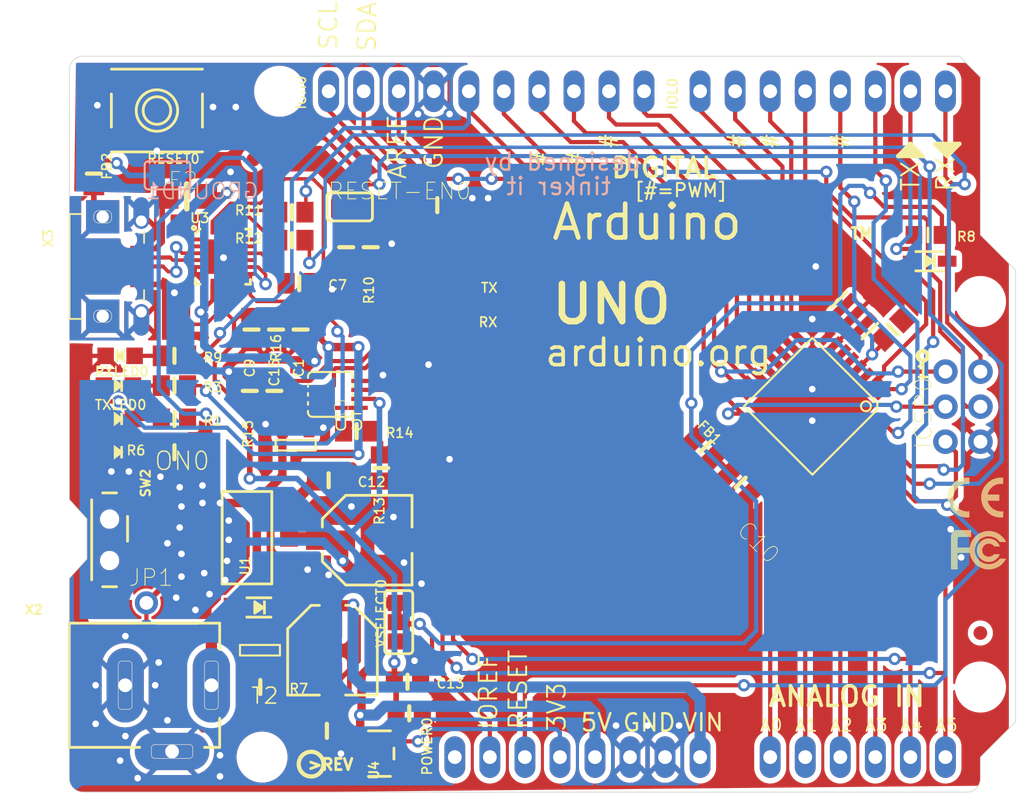
<source format=kicad_pcb>
(kicad_pcb (version 20221018) (generator pcbnew)
  (layers (0 "F.Cu" signal) (31 "B.Cu" signal) (34 "B.Paste" user) (35 "F.Paste" user) (36 "B.SilkS" user "B.Silkscreen") (37 "F.SilkS" user "F.Silkscreen") (38 "B.Mask" user) (39 "F.Mask" user) (44 "Edge.Cuts" user))
  (net 0 "")
  (net 1 "+5V")
  (net 2 "GND")
  (net 3 "AREF")
  (net 4 "RESET")
  (net 5 "VIN")
  (net 6 "SCK")
  (net 7 "PWRIN")
  (net 8 "D-")
  (net 9 "D+")
  (net 10 "MISO")
  (net 11 "MOSI")
  (net 12 "SS")
  (net 13 "DTR")
  (net 14 "GATE_CMD")
  (net 15 "CMP")
  (net 16 "USBVCC")
  (net 17 "XTAL2")
  (net 18 "XTAL1")
  (net 19 "USHIELD")
  (net 20 "AD0")
  (net 21 "AD1")
  (net 22 "AD2")
  (net 23 "AD3")
  (net 24 "AD4/SDA")
  (net 25 "AD5/SCL")
  (net 26 "IO2")
  (net 27 "IO1")
  (net 28 "IO0")
  (net 29 "IO3")
  (net 30 "IO4")
  (net 31 "IO5")
  (net 32 "IO6")
  (net 33 "IO7")
  (net 34 "IO8")
  (net 35 "IO9")
  (net 36 "N$1")
  (net 37 "AVCC")
  (net 38 "3.3V")
  (net 39 "N$13")
  (net 40 "RXD")
  (net 41 "TXD")
  (net 42 "VBUS")
  (net 43 "RXLED")
  (net 44 "N$5")
  (net 45 "TXLED")
  (net 46 "N$7")
  (net 47 "N$3")
  (net 48 "VCCIO")
  (net 49 "N$2")
  (net 50 "N$8")
  (net 51 "N$11")
  (net 52 "DTR_5V")
  (net 53 "N$15")
  (net 54 "N$16")
  (footprint "working:1X06_OVAL" (layer "F.Cu") (at 171.3611 129.1336)
    (fp_text reference "AD0" hide)
    (fp_text value "20609" hide)
  )
  (footprint "working:PCBFEAT-REV-040" (layer "F.Cu") (at 131.7371 129.6416)
    (fp_text reference "U$15" hide)
    (fp_text value "" hide)
  )
  (footprint "working:1X08_OVAL" (layer "F.Cu") (at 168.8211 80.8736)
    (fp_text reference "IOL0")
    (fp_text value "20610" hide)
  )
  (footprint "working:CHIPLED_0805_NOOUTLINE" (layer "F.Cu") (at 117.7671 104.6226 -90)
    (fp_text reference "TXLED0")
    (fp_text value "YELLOW")
  )
  (footprint "" (layer "F.Cu") (at 180.2511 124.0536)
    (fp_text reference "@HOLE1" hide)
    (fp_text value "")
  )
  (footprint "working:QFN24_4MM_SMSC" (layer "F.Cu") (at 125.3363 92.8624)
    (fp_text reference "U3")
    (fp_text value "CP2104")
  )
  (footprint "working:0805-NO" (layer "F.Cu") (at 132.8801 127.2286)
    (fp_text reference "C2" hide)
    (fp_text value "0.1uF")
  )
  (footprint "working:4UCONN_20329_V2" (layer "F.Cu") (at 118.5291 93.5736 -90)
    (fp_text reference "X3")
    (fp_text value "20329")
    (fp_line (start -4.05 2.15) (end -4.05 1.6) (stroke (width 0.05)) (layer "Edge.Cuts"))
    (fp_line (start -3.7 1.25) (end -3.5 1.25) (stroke (width 0.05)) (layer "Edge.Cuts"))
    (fp_line (start -3.5 2.55) (end -3.7 2.55) (stroke (width 0.05)) (layer "Edge.Cuts"))
    (fp_line (start -3.15 1.6) (end -3.15 2.15) (stroke (width 0.05)) (layer "Edge.Cuts"))
    (fp_line (start 3.15 2.2) (end 3.15 1.6) (stroke (width 0.05)) (layer "Edge.Cuts"))
    (fp_line (start 4.05 1.6) (end 4.05 2.2) (stroke (width 0.05)) (layer "Edge.Cuts"))
    (fp_arc (start -4.05 1.6) (mid -3.947487 1.352513) (end -3.7 1.25) (stroke (width 0.05)) (layer "Edge.Cuts"))
    (fp_arc (start -3.7 2.55) (mid -3.957843 2.422487) (end -4.05 2.15) (stroke (width 0.05)) (layer "Edge.Cuts"))
    (fp_arc (start -3.5 1.25) (mid -3.252513 1.352513) (end -3.15 1.6) (stroke (width 0.05)) (layer "Edge.Cuts"))
    (fp_arc (start -3.15 2.15) (mid -3.242157 2.422487) (end -3.5 2.55) (stroke (width 0.05)) (layer "Edge.Cuts"))
    (fp_arc (start 3.15 1.6) (mid 3.302513 1.331802) (end 3.6 1.25) (stroke (width 0.05)) (layer "Edge.Cuts"))
    (fp_arc (start 3.6 1.25) (mid 3.897487 1.331802) (end 4.05 1.6) (stroke (width 0.05)) (layer "Edge.Cuts"))
    (fp_arc (start 3.6 2.55) (mid 3.302513 2.468198) (end 3.15 2.2) (stroke (width 0.05)) (layer "Edge.Cuts"))
    (fp_arc (start 4.05 2.2) (mid 3.897487 2.468198) (end 3.6 2.55) (stroke (width 0.05)) (layer "Edge.Cuts"))
  )
  (footprint "working:0805-NO" (layer "F.Cu") (at 121.8311 104.6226)
    (fp_text reference "R1")
    (fp_text value "1K")
  )
  (footprint "working:0805-NO" (layer "F.Cu") (at 129.1971 98.1456 -90)
    (fp_text reference "C15")
    (fp_text value "0.1uF")
  )
  (footprint "" (layer "F.Cu") (at 128.1811 129.1336)
    (fp_text reference "@HOLE3" hide)
    (fp_text value "")
  )
  (footprint "working:0805-NO" (layer "F.Cu") (at 121.8311 100.0506)
    (fp_text reference "R9")
    (fp_text value "1K")
  )
  (footprint "working:CHIPLED_0805_NOOUTLINE" (layer "F.Cu") (at 117.7671 102.2096 -90)
    (fp_text reference "RXLED0")
    (fp_text value "YELLOW")
  )
  (footprint "working:SOT-23" (layer "F.Cu") (at 130.5941 106.5276)
    (fp_text reference "T1" hide)
    (fp_text value "DMP3098L")
  )
  (footprint "working:0805-NO" (layer "F.Cu") (at 130.8735 94.7928)
    (fp_text reference "C7")
    (fp_text value "10uF")
  )
  (footprint "working:0805-NO" (layer "F.Cu") (at 121.8311 102.2096)
    (fp_text reference "R3")
    (fp_text value "1K")
  )
  (footprint "working:0805-NO" (layer "F.Cu") (at 136.0551 92.1766 -90)
    (fp_text reference "R10")
    (fp_text value "1K")
  )
  (footprint "working:PANASONIC_D" (layer "F.Cu") (at 135.8011 113.411 180)
    (fp_text reference "PC2" hide)
    (fp_text value "47uF+/6.3V+")
  )
  (footprint "working:SOT223-R" (layer "F.Cu") (at 127.0889 113.2332 90)
    (fp_text reference "U1")
    (fp_text value "NCP1117ST50T3G")
  )
  (footprint "" (layer "F.Cu") (at 129.4511 80.8736)
    (fp_text reference "@HOLE2" hide)
    (fp_text value "")
  )
  (footprint "working:METROSILK_BOT" (layer "F.Cu") (at 114.2111 131.6736)
    (fp_text reference "U$14" hide)
    (fp_text value "" hide)
  )
  (footprint "working:SOD-323" (layer "F.Cu") (at 176.5681 93.1926 180)
    (fp_text reference "D2" hide)
    (fp_text value "1N4148")
  )
  (footprint "working:MSOP08" (layer "F.Cu") (at 133.1341 102.8446 90)
    (fp_text reference "U5")
    (fp_text value "LMV358IDGKR")
  )
  (footprint "working:0805-NO" (layer "F.Cu") (at 133.0071 109.0676)
    (fp_text reference "C12")
    (fp_text value "0.1uF")
  )
  (footprint "working:1X10_OVAL" (layer "F.Cu") (at 144.4371 80.8736)
    (fp_text reference "IOH0")
    (fp_text value "20611" hide)
  )
  (footprint "working:0805-NO" (layer "F.Cu") (at 127.4191 98.1456 -90)
    (fp_text reference "C9")
    (fp_text value "0.1uF")
  )
  (footprint "working:0805-NO" (layer "F.Cu") (at 130.3401 89.6366 180)
    (fp_text reference "R11")
    (fp_text value "1K")
  )
  (footprint "working:SOT23-5" (layer "F.Cu") (at 136.6901 128.8796 -90)
    (fp_text reference "U4")
    (fp_text value "AP2112-3.3")
  )
  (footprint "working:0805-NO" (layer "F.Cu") (at 121.8311 107.0356 180)
    (fp_text reference "R6")
    (fp_text value "1K")
  )
  (footprint "working:CHIPLED_0805_NOOUTLINE" (layer "F.Cu") (at 117.7671 107.0356 -90)
    (fp_text reference "ON0")
    (fp_text value "GREEN")
  )
  (footprint "working:FIDUCIAL_1MM" (layer "F.Cu") (at 180.2431 120.1396)
    (fp_text reference "FD2" hide)
    (fp_text value "FIDUCIAL_1MM" hide)
  )
  (footprint "working:SOD-123" (layer "F.Cu") (at 127.9525 118.2878 180)
    (fp_text reference "D1" hide)
    (fp_text value "MBR120")
  )
  (footprint "working:SYMBOL_CE_TINY" (layer "F.Cu") (at 177.8635 111.76)
    (fp_text reference "U$17" hide)
    (fp_text value "" hide)
  )
  (footprint "working:_0805MP" (layer "F.Cu") (at 176.4411 91.2876)
    (fp_text reference "R8")
    (fp_text value "10K")
  )
  (footprint "working:EVQ-Q2" (layer "F.Cu") (at 120.5611 82.2706 180)
    (fp_text reference "RESET0")
    (fp_text value "6mm")
  )
  (footprint "working:0805-NO" (layer "F.Cu") (at 134.2771 92.1766 90)
    (fp_text reference "C5" hide)
    (fp_text value "0.1uF")
  )
  (footprint "working:SPDT_SMT_SSSS811101" (layer "F.Cu") (at 117.1321 113.3856 -90)
    (fp_text reference "SW2")
    (fp_text value "")
  )
  (footprint "working:RESONATOR" (layer "F.Cu") (at 171.1071 97.1296 -45)
    (fp_text reference "Y2" hide)
    (fp_text value "CSTCE16M0V53-R0 16MHZ")
  )
  (footprint "working:0805-NO" (layer "F.Cu") (at 128.0541 124.0536)
    (fp_text reference "R7")
    (fp_text value "10K")
  )
  (footprint "working:0805-NO" (layer "F.Cu") (at 130.9751 98.1456 -90)
    (fp_text reference "C1")
    (fp_text value "10uF")
  )
  (footprint "working:1206-NO" (layer "F.Cu") (at 122.7201 88.4936)
    (fp_text reference "F2")
    (fp_text value "500mA")
  )
  (footprint "working:SYMBOL_FCC_TINY" (layer "F.Cu") (at 178.1175 115.5192)
    (fp_text reference "U$16" hide)
    (fp_text value "" hide)
  )
  (footprint "working:0805-NO" (layer "F.Cu") (at 138.8491 125.9586 180)
    (fp_text reference "C3" hide)
    (fp_text value "10uF")
  )
  (footprint "working:0805-NO" (layer "F.Cu") (at 130.3401 91.6686 180)
    (fp_text reference "R12")
    (fp_text value "1K")
  )
  (footprint "working:CHIPLED_0805_NOOUTLINE" (layer "F.Cu") (at 117.8941 100.0506 90)
    (fp_text reference "L0" hide)
    (fp_text value "RED")
  )
  (footprint "working:0805-NO" (layer "F.Cu") (at 173.9011 98.1456 -135)
    (fp_text reference "C6" hide)
    (fp_text value "0.1uF")
  )
  (footprint "working:0805-NO" (layer "F.Cu") (at 129.0701 102.5906 90)
    (fp_text reference "R16")
    (fp_text value "10K")
  )
  (footprint "working:FIDUCIAL_1MM" (layer "F.Cu") (at 115.9091 130.0416)
    (fp_text reference "FD3" hide)
    (fp_text value "FIDUCIAL_1MM" hide)
  )
  (footprint "working:0805-NO" (layer "F.Cu") (at 138.7221 123.6726)
    (fp_text reference "C13")
    (fp_text value "0.1uF")
  )
  (footprint "working:SOLDERJUMPER_CLOSEDWIRE" (layer "F.Cu") (at 134.5311 89.2556)
    (fp_text reference "RESET-EN0")
    (fp_text value "")
  )
  (footprint "working:0805-NO" (layer "F.Cu") (at 115.9891 86.8426 -90)
    (fp_text reference "FB2")
    (fp_text value "FERRITE")
  )
  (footprint "working:0805-NO" (layer "F.Cu") (at 136.8171 108.1786 -90)
    (fp_text reference "R13")
    (fp_text value "10K")
  )
  (footprint "working:2X03_ROUND_70MIL" (layer "F.Cu") (at 178.9811 103.7336 -90)
    (fp_text reference "ICSP0")
    (fp_text value "3x2 M")
  )
  (footprint "working:DCJACK_2MM_PTH" (layer "F.Cu") (at 110.9091 123.9266)
    (fp_text reference "X2")
    (fp_text value "")
    (fp_line (start 6.85 1.5) (end 6.85 -1.5) (stroke (width 0.05)) (layer "Edge.Cuts"))
    (fp_line (start 7.1 -1.75) (end 7.6 -1.75) (stroke (width 0.05)) (layer "Edge.Cuts"))
    (fp_line (start 7.6 1.75) (end 7.1 1.75) (stroke (width 0.05)) (layer "Edge.Cuts"))
    (fp_line (start 7.85 -1.5) (end 7.85 1.5) (stroke (width 0.05)) (layer "Edge.Cuts"))
    (fp_line (start 9.25 5.05) (end 9.25 4.55) (stroke (width 0.05)) (layer "Edge.Cuts"))
    (fp_line (start 9.5 4.3) (end 12 4.3) (stroke (width 0.05)) (layer "Edge.Cuts"))
    (fp_line (start 12 5.3) (end 9.5 5.3) (stroke (width 0.05)) (layer "Edge.Cuts"))
    (fp_line (start 12.25 4.55) (end 12.25 5.05) (stroke (width 0.05)) (layer "Edge.Cuts"))
    (fp_line (start 13.1 1.5) (end 13.1 -1.5) (stroke (width 0.05)) (layer "Edge.Cuts"))
    (fp_line (start 13.35 -1.75) (end 13.85 -1.75) (stroke (width 0.05)) (layer "Edge.Cuts"))
    (fp_line (start 13.85 1.75) (end 13.35 1.75) (stroke (width 0.05)) (layer "Edge.Cuts"))
    (fp_line (start 14.1 -1.5) (end 14.1 1.5) (stroke (width 0.05)) (layer "Edge.Cuts"))
    (fp_arc (start 6.85 -1.5) (mid 6.923223 -1.676777) (end 7.1 -1.75) (stroke (width 0.05)) (layer "Edge.Cuts"))
    (fp_arc (start 7.1 1.75) (mid 6.923223 1.676777) (end 6.85 1.5) (stroke (width 0.05)) (layer "Edge.Cuts"))
    (fp_arc (start 7.6 -1.75) (mid 7.776777 -1.676777) (end 7.85 -1.5) (stroke (width 0.05)) (layer "Edge.Cuts"))
    (fp_arc (start 7.85 1.5) (mid 7.776777 1.676777) (end 7.6 1.75) (stroke (width 0.05)) (layer "Edge.Cuts"))
    (fp_arc (start 9.25 4.55) (mid 9.323223 4.373223) (end 9.5 4.3) (stroke (width 0.05)) (layer "Edge.Cuts"))
    (fp_arc (start 9.5 5.3) (mid 9.323223 5.226777) (end 9.25 5.05) (stroke (width 0.05)) (layer "Edge.Cuts"))
    (fp_arc (start 12 4.3) (mid 12.176777 4.373223) (end 12.25 4.55) (stroke (width 0.05)) (layer "Edge.Cuts"))
    (fp_arc (start 12.25 5.05) (mid 12.176777 5.226777) (end 12 5.3) (stroke (width 0.05)) (layer "Edge.Cuts"))
    (fp_arc (start 13.1 -1.5) (mid 13.173223 -1.676777) (end 13.35 -1.75) (stroke (width 0.05)) (layer "Edge.Cuts"))
    (fp_arc (start 13.35 1.75) (mid 13.173223 1.676777) (end 13.1 1.5) (stroke (width 0.05)) (layer "Edge.Cuts"))
    (fp_arc (start 13.85 -1.75) (mid 14.026777 -1.676777) (end 14.1 -1.5) (stroke (width 0.05)) (layer "Edge.Cuts"))
    (fp_arc (start 14.1 1.5) (mid 14.026777 1.676777) (end 13.85 1.75) (stroke (width 0.05)) (layer "Edge.Cuts"))
  )
  (footprint "working:TQFP32-08" (layer "F.Cu") (at 168.069218 103.705432 -135)
    (fp_text reference "ZU4" hide)
    (fp_text value "ATMEGA328P-AU")
  )
  (footprint "working:METROSILK_CP2104_TOP" (layer "F.Cu") (at 114.2111 131.6736)
    (fp_text reference "U$4" hide)
    (fp_text value "" hide)
  )
  (footprint "working:1X01_ROUND" (layer "F.Cu") (at 119.7991 117.9576)
    (fp_text reference "JP1")
    (fp_text value "")
  )
  (footprint "" (layer "F.Cu") (at 180.2511 96.1136)
    (fp_text reference "@HOLE0" hide)
    (fp_text value "")
  )
  (footprint "working:0805-NO" (layer "F.Cu") (at 127.2921 102.5906 -90)
    (fp_text reference "R15")
    (fp_text value "10K")
  )
  (footprint "working:0805-NO" (layer "F.Cu") (at 160.3121 106.6546 -45)
    (fp_text reference "FB1")
    (fp_text value "FERRITE")
  )
  (footprint "working:SOT-23" (layer "F.Cu") (at 128.0541 121.3866 180)
    (fp_text reference "T2")
    (fp_text value "DMP3098L")
  )
  (footprint "working:PANASONIC_D" (layer "F.Cu") (at 133.2865 121.3866 90)
    (fp_text reference "PC1" hide)
    (fp_text value "47uF/25V")
  )
  (footprint "working:0805-NO" (layer "F.Cu") (at 135.0391 105.5116)
    (fp_text reference "R14")
    (fp_text value "10K")
  )
  (footprint "working:1X08_OVAL" (layer "F.Cu") (at 151.0411 129.1336)
    (fp_text reference "POWER0")
    (fp_text value "20610" hide)
  )
  (footprint "working:0805_10MGAP" (layer "F.Cu") (at 162.873887 109.238182 135)
    (fp_text reference "C10")
    (fp_text value "0.1uF")
  )
  (footprint "working:SOLDERJUMPER_2WAY_OPEN_NOPASTE" (layer "F.Cu") (at 138.0871 119.3546 90)
    (fp_text reference "VSELECT0")
    (fp_text value "")
  )
  (footprint "working:0805-NO" (layer "F.Cu") (at 140.8811 89.1286 180)
    (fp_text reference "C4" hide)
    (fp_text value "0.1uF")
  )
  (footprint "working:FIDUCIAL_1MM" (layer "F.Cu") (at 127.5461 85.8266)
    (fp_text reference "FD1" hide)
    (fp_text value "FIDUCIAL_1MM" hide)
  )
  (footprint "working:SJ" (layer "B.Cu") (at 121.3231 86.9696)
    (fp_text reference "GROUND1")
    (fp_text value "")
  )
  (gr_line (start 175.6791 85.4456) (end 174.9171 85.4456) (stroke (width 0.3048)) (layer "F.SilkS"))
  (gr_line (start 174.6631 85.4456) (end 175.1711 84.9376) (stroke (width 0.3048)) (layer "F.SilkS"))
  (gr_line (start 177.4571 84.9376) (end 177.9651 84.9376) (stroke (width 0.3048)) (layer "F.SilkS"))
  (gr_line (start 175.1711 84.6836) (end 174.2821 85.5726) (stroke (width 0.3048)) (layer "F.SilkS"))
  (gr_line (start 176.0601 85.5726) (end 175.1711 84.6836) (stroke (width 0.3048)) (layer "F.SilkS"))
  (gr_line (start 174.9171 85.4456) (end 175.2981 85.1916) (stroke (width 0.3048)) (layer "F.SilkS"))
  (gr_line (start 177.8381 85.3186) (end 177.4571 84.9376) (stroke (width 0.3048)) (layer "F.SilkS"))
  (gr_line (start 177.8381 85.5726) (end 178.7271 84.6836) (stroke (width 0.3048)) (layer "F.SilkS"))
  (gr_line (start 177.3301 84.8106) (end 178.3461 84.8106) (stroke (width 0.3048)) (layer "F.SilkS"))
  (gr_line (start 175.1711 84.9376) (end 175.6791 85.4456) (stroke (width 0.3048)) (layer "F.SilkS"))
  (gr_line (start 178.3461 84.8106) (end 177.8381 85.3186) (stroke (width 0.3048)) (layer "F.SilkS"))
  (gr_circle (center 176.0601 100.0506) (end 176.419309 100.0506) (stroke (width 0.3048)) (fill none) (layer "F.SilkS"))
  (gr_line (start 176.9491 84.6836) (end 177.8381 85.5726) (stroke (width 0.3048)) (layer "F.SilkS"))
  (gr_line (start 177.8381 85.0646) (end 177.8381 85.1916) (stroke (width 0.3048)) (layer "F.SilkS"))
  (gr_line (start 174.2821 85.5726) (end 176.0601 85.5726) (stroke (width 0.3048)) (layer "F.SilkS"))
  (gr_line (start 178.7271 84.6836) (end 176.9491 84.6836) (stroke (width 0.3048)) (layer "F.SilkS"))
  (gr_line (start 182.7911 126.5936) (end 180.2511 129.1336) (stroke (width 0.05)) (layer "Edge.Cuts"))
  (gr_line (start 115.4811 114.7826) (end 115.4811 111.8616) (stroke (width 0.05)) (layer "Edge.Cuts"))
  (gr_line (start 115.2111 78.3336) (end 178.7271 78.3336) (stroke (width 0.05)) (layer "Edge.Cuts"))
  (gr_line (start 179.2511 131.6736) (end 115.2111 131.6736) (stroke (width 0.05)) (layer "Edge.Cuts"))
  (gr_line (start 114.2111 116.1796) (end 115.4811 114.7826) (stroke (width 0.05)) (layer "Edge.Cuts"))
  (gr_arc (start 115.2111 131.6736) (mid 114.503993 131.380707) (end 114.2111 130.6736) (stroke (width 0.05)) (layer "Edge.Cuts"))
  (gr_arc (start 114.2111 79.3336) (mid 114.503993 78.626493) (end 115.2111 78.3336) (stroke (width 0.05)) (layer "Edge.Cuts"))
  (gr_line (start 180.2511 91.2876) (end 182.7911 93.8276) (stroke (width 0.05)) (layer "Edge.Cuts"))
  (gr_line (start 114.2111 110.4646) (end 114.2111 79.3336) (stroke (width 0.05)) (layer "Edge.Cuts"))
  (gr_arc (start 180.2511 130.6736) (mid 179.958207 131.380707) (end 179.2511 131.6736) (stroke (width 0.05)) (layer "Edge.Cuts"))
  (gr_line (start 182.7911 93.8276) (end 182.7911 126.5936) (stroke (width 0.05)) (layer "Edge.Cuts"))
  (gr_line (start 180.2511 79.8576) (end 180.2511 91.2876) (stroke (width 0.05)) (layer "Edge.Cuts"))
  (gr_line (start 114.2111 130.6736) (end 114.2111 116.1796) (stroke (width 0.05)) (layer "Edge.Cuts"))
  (gr_line (start 180.2511 129.1336) (end 180.2511 130.6736) (stroke (width 0.05)) (layer "Edge.Cuts"))
  (gr_line (start 115.4811 111.8616) (end 114.2111 110.4646) (stroke (width 0.05)) (layer "Edge.Cuts"))
  (gr_line (start 178.7271 78.3336) (end 180.2511 79.8576) (stroke (width 0.05)) (layer "Edge.Cuts"))
  (gr_text "tinker it" (at 153.5811 88.4936) (layer "B.SilkS") (effects (font (size 1.251712 1.251712) (thickness 0.170688)) (justify left bottom mirror)))
  (gr_text "designed by" (at 155.7401 86.7156) (layer "B.SilkS") (effects (font (size 1.251712 1.251712) (thickness 0.170688)) (justify left bottom mirror)))
  (gr_text "A2" (at 169.2797 127.3434) (layer "F.SilkS") (effects (font (size 0.89408 0.89408) (thickness 0.12192)) (justify left bottom)))
  (gr_text "5V" (at 151.1681 127.3556) (layer "F.SilkS") (effects (font (size 1.251712 1.251712) (thickness 0.170688)) (justify left bottom)))
  (gr_text "#" (at 163.1061 85.0646 90) (layer "F.SilkS") (effects (font (size 0.972312 0.972312) (thickness 0.145288)) (justify left bottom)))
  (gr_text "TX" (at 145.3261 94.7166) (layer "F.SilkS") (effects (font (size 0.69088 0.69088) (thickness 0.12192)) (justify right top)))
  (gr_text "3V3" (at 150.2791 127.3556 90) (layer "F.SilkS") (effects (font (size 1.28016 1.28016) (thickness 0.14224)) (justify left bottom)))
  (gr_text "Arduino" (at 149.0091 91.7956) (layer "F.SilkS") (effects (font (size 2.45872 2.45872) (thickness 0.33528)) (justify left bottom)))
  (gr_text "AREF" (at 137.2279 82.5114 90) (layer "F.SilkS") (effects (font (size 1.28016 1.28016) (thickness 0.14224)) (justify right top)))
  (gr_text "DIGITAL" (at 153.3635 87.2594) (layer "F.SilkS") (effects (font (size 1.42494 1.42494) (thickness 0.25146)) (justify left bottom)))
  (gr_text "ANALOG IN" (at 164.7571 125.5776) (layer "F.SilkS") (effects (font (size 1.42494 1.42494) (thickness 0.25146)) (justify left bottom)))
  (gr_text "A1" (at 166.7397 127.3434) (layer "F.SilkS") (effects (font (size 0.89408 0.89408) (thickness 0.12192)) (justify left bottom)))
  (gr_text "SDA" (at 136.5333 78.0928 90) (layer "F.SilkS") (effects (font (size 1.28016 1.28016) (thickness 0.14224)) (justify left bottom)))
  (gr_text "TX" (at 175.9287 88.2274 90) (layer "F.SilkS") (effects (font (size 1.28016 1.28016) (thickness 0.14224)) (justify left bottom)))
  (gr_text "#" (at 165.5191 85.0646 90) (layer "F.SilkS") (effects (font (size 0.972312 0.972312) (thickness 0.145288)) (justify left bottom)))
  (gr_text "A4" (at 174.3597 127.3434) (layer "F.SilkS") (effects (font (size 0.89408 0.89408) (thickness 0.12192)) (justify left bottom)))
  (gr_text "IOREF" (at 145.3261 127.2286 90) (layer "F.SilkS") (effects (font (size 1.28016 1.28016) (thickness 0.14224)) (justify left bottom)))
  (gr_text "#" (at 153.8351 85.0646 90) (layer "F.SilkS") (effects (font (size 0.972312 0.972312) (thickness 0.145288)) (justify left bottom)))
  (gr_text "VIN" (at 158.5341 127.3556) (layer "F.SilkS") (effects (font (size 1.251712 1.251712) (thickness 0.170688)) (justify left bottom)))
  (gr_text "#" (at 151.4221 86.3346 90) (layer "F.SilkS") (effects (font (size 0.972312 0.972312) (thickness 0.145288)) (justify left bottom)))
  (gr_text "#" (at 148.8821 86.3346 90) (layer "F.SilkS") (effects (font (size 0.972312 0.972312) (thickness 0.145288)) (justify left bottom)))
  (gr_text "RESET" (at 147.4851 127.2286 90) (layer "F.SilkS") (effects (font (size 1.28016 1.28016) (thickness 0.14224)) (justify left bottom)))
  (gr_text "arduino.org" (at 148.5519 100.9396) (layer "F.SilkS") (effects (font (size 1.922272 1.922272) (thickness 0.262128)) (justify left bottom)))
  (gr_text "GND" (at 154.2245 127.3688) (layer "F.SilkS") (effects (font (size 1.251712 1.251712) (thickness 0.170688)) (justify left bottom)))
  (gr_text "#" (at 170.5991 85.0646 90) (layer "F.SilkS") (effects (font (size 0.972312 0.972312) (thickness 0.145288)) (justify left bottom)))
  (gr_text "UNO" (at 148.9583 97.8916) (layer "F.SilkS") (effects (font (size 2.69875 2.69875) (thickness 0.47625)) (justify left bottom)))
  (gr_text "RX" (at 178.4731 88.2396 90) (layer "F.SilkS") (effects (font (size 1.28016 1.28016) (thickness 0.14224)) (justify left bottom)))
  (gr_text "1" (at 175.4575 101.7292) (layer "F.SilkS") (effects (font (size 1.0795 1.0795) (thickness 0.1905)) (justify left bottom)))
  (gr_text "A5" (at 176.8997 127.3434) (layer "F.SilkS") (effects (font (size 0.89408 0.89408) (thickness 0.12192)) (justify left bottom)))
  (gr_text "TM" (at 170.7261 91.6686) (layer "F.SilkS") (effects (font (size 0.8128 0.8128) (thickness 0.2032)) (justify left bottom)))
  (gr_text "GND" (at 139.8841 82.5368 90) (layer "F.SilkS") (effects (font (size 1.28016 1.28016) (thickness 0.14224)) (justify right top)))
  (gr_text "[#=PWM]" (at 155.1051 88.6206) (layer "F.SilkS") (effects (font (size 0.972312 0.972312) (thickness 0.145288)) (justify left bottom)))
  (gr_text "A0" (at 164.1997 127.3434) (layer "F.SilkS") (effects (font (size 0.89408 0.89408) (thickness 0.12192)) (justify left bottom)))
  (gr_text "SCL" (at 133.7393 77.9658 90) (layer "F.SilkS") (effects (font (size 1.28016 1.28016) (thickness 0.14224)) (justify left bottom)))
  (gr_text "A3" (at 171.8197 127.3434) (layer "F.SilkS") (effects (font (size 0.89408 0.89408) (thickness 0.12192)) (justify left bottom)))
  (gr_text "RX" (at 143.8021 98.0186) (layer "F.SilkS") (effects (font (size 0.69088 0.69088) (thickness 0.12192)) (justify left bottom)))
  (segment (start 136.5631 129.6416) (end 136.3091 129.8956) (width 0.4064) (layer "F.Cu") (net 1))
  (segment (start 134.5311 127.9296) (end 135.39 127.9296) (width 0.4064) (layer "F.Cu") (net 1))
  (segment (start 136.5631 128.2446) (end 136.5631 129.6416) (width 0.4064) (layer "F.Cu") (net 1))
  (segment (start 136.3091 129.8956) (end 135.456 129.8956) (width 0.4064) (layer "F.Cu") (net 1))
  (segment (start 132.9693 113.2332) (end 133.1471 113.411) (width 0.8128) (layer "F.Cu") (net 1))
  (segment (start 130.5071 103.8206) (end 130.4671 103.8606) (width 0.3048) (layer "F.Cu") (net 1))
  (segment (start 129.6543 105.5116) (end 129.6543 108.7374) (width 0.6096) (layer "F.Cu") (net 1))
  (segment (start 135.3901 123.1946) (end 135.3901 125.9886) (width 0.6096) (layer "F.Cu") (net 1))
  (segment (start 136.0551 116.9416) (end 134.0231 114.9096) (width 0.8128) (layer "F.Cu") (net 1))
  (segment (start 135.3901 125.9886) (end 135.2931 126.0856) (width 0.6096) (layer "F.Cu") (net 1))
  (segment (start 135.456 129.8956) (end 135.39 129.8296) (width 0.4064) (layer "F.Cu") (net 1))
  (segment (start 138.0871 117.9576) (end 137.0277 117.9576) (width 0.8128) (layer "F.Cu") (net 1))
  (segment (start 133.8301 127.2286) (end 134.5311 127.9296) (width 0.4064) (layer "F.Cu") (net 1))
  (segment (start 135.39 127.9296) (end 136.2481 127.9296) (width 0.4064) (layer "F.Cu") (net 1))
  (segment (start 130.4671 103.8606) (end 130.4671 105.3846) (width 0.3048) (layer "F.Cu") (net 1))
  (segment (start 127.6731 110.7186) (end 125.1331 110.7186) (width 0.6096) (layer "F.Cu") (net 1))
  (segment (start 136.2481 127.9296) (end 136.5631 128.2446) (width 0.4064) (layer "F.Cu") (net 1))
  (segment (start 135.2931 126.0856) (end 135.2931 127.8326) (width 0.6096) (layer "F.Cu") (net 1))
  (segment (start 131.0221 103.8206) (end 130.5071 103.8206) (width 0.3048) (layer "F.Cu") (net 1))
  (segment (start 134.0231 114.287) (end 133.1471 113.411) (width 0.8128) (layer "F.Cu") (net 1))
  (segment (start 130.4671 105.3846) (end 130.3401 105.5116) (width 0.3048) (layer "F.Cu") (net 1))
  (segment (start 137.0277 117.9576) (end 136.0551 116.985) (width 0.8128) (layer "F.Cu") (net 1))
  (segment (start 135.3901 123.1946) (end 136.0551 122.5296) (width 0.6096) (layer "F.Cu") (net 1))
  (segment (start 136.0551 116.985) (end 136.0551 116.9416) (width 0.8128) (layer "F.Cu") (net 1))
  (segment (start 129.6543 108.7374) (end 127.6731 110.7186) (width 0.6096) (layer "F.Cu") (net 1))
  (segment (start 134.0231 114.9096) (end 134.0231 114.287) (width 0.8128) (layer "F.Cu") (net 1))
  (segment (start 130.1389 113.2332) (end 132.9693 113.2332) (width 0.8128) (layer "F.Cu") (net 1))
  (segment (start 135.39 127.9296) (end 135.39 127.9295) (width 0.4064) (layer "F.Cu") (net 1))
  (segment (start 135.39 127.9295) (end 135.2931 127.8326) (width 0.4064) (layer "F.Cu") (net 1))
  (segment (start 130.3401 105.5116) (end 129.6543 105.5116) (width 0.3048) (layer "F.Cu") (net 1))
  (segment (start 136.0551 122.5296) (end 136.0551 116.985) (width 0.6096) (layer "F.Cu") (net 1))
  (via (at 117.2591 108.4326) (size 0.889) (drill 0.4826) (layers "F.Cu" "B.Cu") (net 1))
  (via (at 134.0231 114.9096) (size 0.889) (drill 0.4826) (layers "F.Cu" "B.Cu") (net 1))
  (via (at 135.2931 126.0856) (size 0.889) (drill 0.4826) (layers "F.Cu" "B.Cu") (net 1))
  (via (at 122.3391 116.0526) (size 0.889) (drill 0.4826) (layers "F.Cu" "B.Cu") (net 1))
  (via (at 125.7681 111.9886) (size 0.889) (drill 0.4826) (layers "F.Cu" "B.Cu") (net 1))
  (via (at 123.9901 115.7986) (size 0.889) (drill 0.4826) (layers "F.Cu" "B.Cu") (net 1))
  (via (at 124.3711 117.3226) (size 0.889) (drill 0.4826) (layers "F.Cu" "B.Cu") (net 1))
  (via (at 123.8631 109.4486) (size 0.889) (drill 0.4826) (layers "F.Cu" "B.Cu") (net 1))
  (via (at 122.3391 114.4016) (size 0.889) (drill 0.4826) (layers "F.Cu" "B.Cu") (net 1))
  (via (at 118.5291 108.4326) (size 0.889) (drill 0.4826) (layers "F.Cu" "B.Cu") (net 1))
  (via (at 122.3391 110.9726) (size 0.889) (drill 0.4826) (layers "F.Cu" "B.Cu") (net 1))
  (via (at 123.3551 118.4656) (size 0.889) (drill 0.4826) (layers "F.Cu" "B.Cu") (net 1))
  (via (at 122.2121 109.5756) (size 0.889) (drill 0.4826) (layers "F.Cu" "B.Cu") (net 1))
  (via (at 125.6411 114.9096) (size 0.889) (drill 0.4826) (layers "F.Cu" "B.Cu") (net 1))
  (via (at 121.3231 113.6396) (size 0.889) (drill 0.4826) (layers "F.Cu" "B.Cu") (net 1))
  (via (at 125.5141 116.3066) (size 0.889) (drill 0.4826) (layers "F.Cu" "B.Cu") (net 1))
  (via (at 123.8631 110.7186) (size 0.889) (drill 0.4826) (layers "F.Cu" "B.Cu") (net 1))
  (via (at 125.7681 113.3856) (size 0.889) (drill 0.4826) (layers "F.Cu" "B.Cu") (net 1))
  (via (at 122.2121 112.4966) (size 0.889) (drill 0.4826) (layers "F.Cu" "B.Cu") (net 1))
  (via (at 125.1331 110.7186) (size 0.889) (drill 0.4826) (layers "F.Cu" "B.Cu") (net 1))
  (via (at 120.8151 108.8136) (size 0.889) (drill 0.4826) (layers "F.Cu" "B.Cu") (net 1))
  (via (at 121.9581 117.5766) (size 0.889) (drill 0.4826) (layers "F.Cu" "B.Cu") (net 1))
  (segment (start 132.6261 113.5126) (end 126.0221 113.5126) (width 0.6096) (layer "B.Cu") (net 1))
  (segment (start 125.8951 113.3856) (end 125.7681 113.3856) (width 0.6096) (layer "B.Cu") (net 1))
  (segment (start 152.3111 129.1336) (end 152.3111 125.9586) (width 0.8128) (layer "B.Cu") (net 1))
  (segment (start 152.3111 125.9586) (end 151.8031 125.4506) (width 0.8128) (layer "B.Cu") (net 1))
  (segment (start 151.8031 125.4506) (end 137.0711 125.4506) (width 0.8128) (layer "B.Cu") (net 1))
  (segment (start 137.0711 125.4506) (end 136.4361 126.0856) (width 0.8128) (layer "B.Cu") (net 1))
  (segment (start 126.0221 113.5126) (end 125.8951 113.3856) (width 0.6096) (layer "B.Cu") (net 1))
  (segment (start 134.0231 114.9096) (end 132.6261 113.5126) (width 0.6096) (layer "B.Cu") (net 1))
  (segment (start 136.4361 126.0856) (end 135.2931 126.0856) (width 0.8128) (layer "B.Cu") (net 1))
  (segment (start 116.8441 100.0506) (end 114.8461 100.0506) (width 0.3048) (layer "F.Cu") (net 2))
  (segment (start 131.9911 78.9686) (end 131.6101 79.3496) (width 0.3048) (layer "F.Cu") (net 2))
  (segment (start 168.0591 100.5586) (end 168.0591 98.1456) (width 0.3048) (layer "F.Cu") (net 2))
  (segment (start 122.3391 105.7656) (end 115.2271 105.7656) (width 0.3048) (layer "F.Cu") (net 2))
  (segment (start 119.3041 94.8736) (end 121.2261 94.8736) (width 0.4064) (layer "F.Cu") (net 2))
  (segment (start 141.5161 78.9686) (end 131.9911 78.9686) (width 0.3048) (layer "F.Cu") (net 2))
  (segment (start 122.7811 106.2076) (end 122.3391 105.7656) (width 0.3048) (layer "F.Cu") (net 2))
  (segment (start 115.2271 105.7656) (end 115.1001 105.8926) (width 0.3048) (layer "F.Cu") (net 2))
  (segment (start 131.1021 83.2866) (end 125.8951 83.2866) (width 0.3048) (layer "F.Cu") (net 2))
  (segment (start 116.3701 110.8456) (end 116.1161 111.0996) (width 0.3048) (layer "F.Cu") (net 2))
  (segment (start 125.8951 83.2866) (end 124.6251 82.0166) (width 0.3048) (layer "F.Cu") (net 2))
  (segment (start 135.2471 101.8706) (end 136.5211 101.8706) (width 0.3048) (layer "F.Cu") (net 2))
  (segment (start 170.8217 100.387263) (end 170.142362 101.0666) (width 0.3048) (layer "F.Cu") (net 2))
  (segment (start 168.5671 101.0666) (end 168.0591 100.5586) (width 0.3048) (layer "F.Cu") (net 2))
  (segment (start 136.5211 101.8706) (end 136.9441 101.4476) (width 0.3048) (layer "F.Cu") (net 2))
  (segment (start 131.6101 82.7786) (end 131.1021 83.2866) (width 0.3048) (layer "F.Cu") (net 2))
  (segment (start 165.316734 107.023604) (end 164.6301 107.710238) (width 0.3048) (layer "F.Cu") (net 2))
  (segment (start 122.7811 107.0356) (end 122.7811 106.2076) (width 0.3048) (layer "F.Cu") (net 2))
  (segment (start 133.5151 112.1156) (end 129.0701 112.1156) (width 0.3048) (layer "F.Cu") (net 2))
  (segment (start 134.6581 110.9726) (end 133.5151 112.1156) (width 0.3048) (layer "F.Cu") (net 2))
  (segment (start 141.7701 79.2226) (end 141.5161 78.9686) (width 0.3048) (layer "F.Cu") (net 2))
  (segment (start 171.1071 97.1296) (end 173.3931 94.8436) (width 0.3048) (layer "F.Cu") (net 2))
  (segment (start 170.142362 101.0666) (end 168.5671 101.0666) (width 0.3048) (layer "F.Cu") (net 2))
  (segment (start 116.1161 111.0996) (end 115.9891 111.0996) (width 0.3048) (layer "F.Cu") (net 2))
  (segment (start 166.6621 105.678238) (end 166.6621 105.6386) (width 0.3048) (layer "F.Cu") (net 2))
  (segment (start 123.3363 92.1124) (end 125.3363 92.1124) (width 0.254) (layer "F.Cu") (net 2))
  (segment (start 118.5921 110.8456) (end 116.3701 110.8456) (width 0.3048) (layer "F.Cu") (net 2))
  (segment (start 165.316734 107.023604) (end 166.6621 105.678238) (width 0.3048) (layer "F.Cu") (net 2))
  (segment (start 164.6301 107.710238) (end 164.6301 107.7976) (width 0.3048) (layer "F.Cu") (net 2))
  (segment (start 141.7701 82.5246) (end 141.7701 79.2226) (width 0.3048) (layer "F.Cu") (net 2))
  (segment (start 173.3931 94.8436) (end 173.7741 94.8436) (width 0.3048) (layer "F.Cu") (net 2))
  (segment (start 121.2261 94.8736) (end 121.8311 95.4786) (width 0.4064) (layer "F.Cu") (net 2))
  (segment (start 125.3363 92.1124) (end 125.3363 92.8624) (width 0.254) (layer "F.Cu") (net 2))
  (segment (start 131.6101 79.3496) (end 131.6101 82.7786) (width 0.3048) (layer "F.Cu") (net 2))
  (segment (start 118.8821 111.1356) (end 118.5921 110.8456) (width 0.3048) (layer "F.Cu") (net 2))
  (via (at 118.2751 127.6096) (size 0.889) (drill 0.4826) (layers "F.Cu" "B.Cu") (net 2))
  (via (at 121.3231 126.4666) (size 0.889) (drill 0.4826) (layers "F.Cu" "B.Cu") (net 2))
  (via (at 131.9911 100.4316) (size 0.889) (drill 0.4826) (layers "F.Cu" "B.Cu") (net 2))
  (via (at 133.0071 115.9256) (size 0.889) (drill 0.4826) (layers "F.Cu" "B.Cu") (net 2))
  (via (at 120.5611 85.1916) (size 0.889) (drill 0.4826) (layers "F.Cu" "B.Cu") (net 2))
  (via (at 140.2461 100.6856) (size 0.889) (drill 0.4826) (layers "F.Cu" "B.Cu") (net 2))
  (via (at 139.2301 122.1486) (size 0.889) (drill 0.4826) (layers "F.Cu" "B.Cu") (net 2))
  (via (at 116.1161 126.7206) (size 0.889) (drill 0.4826) (layers "F.Cu" "B.Cu") (net 2))
  (via (at 120.4341 123.9266) (size 0.889) (drill 0.4826) (layers "F.Cu" "B.Cu") (net 2))
  (via (at 125.8951 86.7156) (size 0.889) (drill 0.4826) (layers "F.Cu" "B.Cu") (net 2))
  (via (at 158.4071 126.8476) (size 0.889) (drill 0.4826) (layers "F.Cu" "B.Cu") (net 2))
  (via (at 120.6881 122.2756) (size 0.889) (drill 0.4826) (layers "F.Cu" "B.Cu") (net 2))
  (via (at 141.7701 107.5436) (size 0.889) (drill 0.4826) (layers "F.Cu" "B.Cu") (net 2))
  (via (at 139.7381 116.5606) (size 0.889) (drill 0.4826) (layers "F.Cu" "B.Cu") (net 2))
  (via (at 133.2611 95.2246) (size 0.889) (drill 0.4826) (layers "F.Cu" "B.Cu") (net 2))
  (via (at 134.6581 110.9726) (size 0.889) (drill 0.4826) (layers "F.Cu" "B.Cu") (net 2))
  (via (at 116.1161 123.9266) (size 0.889) (drill 0.4826) (layers "F.Cu" "B.Cu") (net 2))
  (via (at 132.6261 105.2576) (size 0.889) (drill 0.4826) (layers "F.Cu" "B.Cu") (net 2))
  (via (at 143.4211 88.6206) (size 0.889) (drill 0.4826) (layers "F.Cu" "B.Cu") (net 2))
  (via (at 141.7701 82.5246) (size 0.889) (drill 0.4826) (layers "F.Cu" "B.Cu") (net 2))
  (via (at 168.0591 97.3836) (size 0.889) (drill 0.4826) (layers "F.Cu" "B.Cu") (net 2))
  (via (at 153.8351 126.8476) (size 0.889) (drill 0.4826) (layers "F.Cu" "B.Cu") (net 2))
  (via (at 156.1211 126.8476) (size 0.889) (drill 0.4826) (layers "F.Cu" "B.Cu") (net 2))
  (via (at 125.1331 129.0066) (size 0.889) (drill 0.4826) (layers "F.Cu" "B.Cu") (net 2))
  (via (at 118.2751 120.3706) (size 0.889) (drill 0.4826) (layers "F.Cu" "B.Cu") (net 2))
  (via (at 137.7061 111.7346) (size 0.889) (drill 0.4826) (layers "F.Cu" "B.Cu") (net 2))
  (via (at 133.8961 128.8796) (size 0.889) (drill 0.4826) (layers "F.Cu" "B.Cu") (net 2))
  (via (at 136.9441 101.4476) (size 0.889) (drill 0.4826) (layers "F.Cu" "B.Cu") (net 2))
  (via (at 125.7681 101.1936) (size 0.889) (drill 0.4826) (layers "F.Cu" "B.Cu") (net 2))
  (via (at 178.0921 112.6236) (size 0.889) (drill 0.4826) (layers "F.Cu" "B.Cu") (net 2))
  (via (at 117.8941 129.3876) (size 0.889) (drill 0.4826) (layers "F.Cu" "B.Cu") (net 2))
  (via (at 137.5791 91.9226) (size 0.889) (drill 0.4826) (layers "F.Cu" "B.Cu") (net 2))
  (via (at 168.0591 104.7496) (size 0.889) (drill 0.4826) (layers "F.Cu" "B.Cu") (net 2))
  (via (at 139.4841 82.5246) (size 0.889) (drill 0.4826) (layers "F.Cu" "B.Cu") (net 2))
  (via (at 125.3871 92.9386) (size 0.9064) (drill 0.5) (layers "F.Cu" "B.Cu") (net 2))
  (via (at 128.4351 105.0036) (size 0.889) (drill 0.4826) (layers "F.Cu" "B.Cu") (net 2))
  (via (at 168.3131 93.5736) (size 0.889) (drill 0.4826) (layers "F.Cu" "B.Cu") (net 2))
  (via (at 119.1641 130.6576) (size 0.889) (drill 0.4826) (layers "F.Cu" "B.Cu") (net 2))
  (via (at 138.4681 115.0366) (size 0.889) (drill 0.4826) (layers "F.Cu" "B.Cu") (net 2))
  (via (at 125.1331 130.5306) (size 0.889) (drill 0.4826) (layers "F.Cu" "B.Cu") (net 2))
  (via (at 116.2431 81.8896) (size 0.889) (drill 0.4826) (layers "F.Cu" "B.Cu") (net 2))
  (via (at 121.8311 95.4786) (size 0.9064) (drill 0.5) (layers "F.Cu" "B.Cu") (net 2))
  (via (at 144.5641 88.6206) (size 0.889) (drill 0.4826) (layers "F.Cu" "B.Cu") (net 2))
  (via (at 124.6251 82.0166) (size 0.889) (drill 0.4826) (layers "F.Cu" "B.Cu") (net 2))
  (via (at 131.4831 115.5446) (size 0.889) (drill 0.4826) (layers "F.Cu" "B.Cu") (net 2))
  (via (at 168.0591 102.4636) (size 0.889) (drill 0.4826) (layers "F.Cu" "B.Cu") (net 2))
  (via (at 178.8541 114.6556) (size 0.889) (drill 0.4826) (layers "F.Cu" "B.Cu") (net 2))
  (via (at 126.2761 82.0166) (size 0.889) (drill 0.4826) (layers "F.Cu" "B.Cu") (net 2))
  (segment (start 122.0851 86.9696) (end 122.7201 86.9696) (width 0.4064) (layer "B.Cu") (net 2))
  (segment (start 139.9286 87.2236) (end 139.9286 89.1261) (width 0.3048) (layer "F.Cu") (net 3))
  (segment (start 161.0741 109.9566) (end 162.0901 109.9566) (width 0.3048) (layer "F.Cu") (net 3))
  (segment (start 153.7081 87.2236) (end 144.8181 87.2236) (width 0.3048) (layer "F.Cu") (net 3))
  (segment (start 153.7081 87.2236) (end 157.8991 91.4146) (width 0.3048) (layer "F.Cu") (net 3))
  (segment (start 162.0901 109.9566) (end 163.6141 108.4326) (width 0.3048) (layer "F.Cu") (net 3))
  (segment (start 138.0871 80.8736) (end 138.0871 84.0486) (width 0.3048) (layer "F.Cu") (net 3))
  (segment (start 157.8991 91.4146) (end 157.8991 106.7816) (width 0.3048) (layer "F.Cu") (net 3))
  (segment (start 142.4051 87.2236) (end 139.9286 87.2236) (width 0.3048) (layer "F.Cu") (net 3))
  (segment (start 138.0871 84.0486) (end 139.9286 85.8901) (width 0.3048) (layer "F.Cu") (net 3))
  (segment (start 139.9286 89.1261) (end 139.9311 89.1286) (width 0.3048) (layer "F.Cu") (net 3))
  (segment (start 164.751046 106.533654) (end 164.751046 106.457916) (width 0.3048) (layer "F.Cu") (net 3))
  (segment (start 163.6141 107.6706) (end 164.751046 106.533654) (width 0.3048) (layer "F.Cu") (net 3))
  (segment (start 157.8991 106.7816) (end 161.0741 109.9566) (width 0.3048) (layer "F.Cu") (net 3))
  (segment (start 139.9286 85.8901) (end 139.9286 87.2236) (width 0.3048) (layer "F.Cu") (net 3))
  (segment (start 163.6141 108.4326) (end 163.6141 107.6706) (width 0.3048) (layer "F.Cu") (net 3))
  (via (at 142.4051 87.2236) (size 0.889) (drill 0.4826) (layers "F.Cu" "B.Cu") (net 3))
  (via (at 144.8181 87.2236) (size 0.889) (drill 0.4826) (layers "F.Cu" "B.Cu") (net 3))
  (segment (start 144.8181 87.2236) (end 142.4051 87.2236) (width 0.3048) (layer "B.Cu") (net 3))
  (segment (start 176.8221 95.3516) (end 175.2981 93.8276) (width 0.3048) (layer "F.Cu") (net 4))
  (segment (start 135.2931 88.2396) (end 135.9281 87.6046) (width 0.3048) (layer "F.Cu") (net 4))
  (segment (start 175.2981 93.1926) (end 175.4251 93.0656) (width 0.3048) (layer "F.Cu") (net 4))
  (segment (start 175.2981 92.3036) (end 175.4251 92.1766) (width 0.3048) (layer "F.Cu") (net 4))
  (segment (start 133.7691 89.2556) (end 133.7691 90.7186) (width 0.254) (layer "F.Cu") (net 4))
  (segment (start 176.8221 99.0346) (end 176.8221 95.3516) (width 0.3048) (layer "F.Cu") (net 4))
  (segment (start 132.7211 84.2706) (end 123.9611 84.2706) (width 0.3048) (layer "F.Cu") (net 4))
  (segment (start 132.7211 84.2706) (end 136.0551 87.6046) (width 0.3048) (layer "F.Cu") (net 4))
  (segment (start 133.7691 90.7186) (end 134.2771 91.2266) (width 0.254) (layer "F.Cu") (net 4))
  (segment (start 178.4731 107.0356) (end 177.7111 106.2736) (width 0.3048) (layer "F.Cu") (net 4))
  (segment (start 136.1821 87.6046) (end 136.6901 87.6046) (width 0.3048) (layer "F.Cu") (net 4))
  (segment (start 133.8961 89.1286) (end 133.7691 89.2556) (width 0.3048) (layer "F.Cu") (net 4))
  (segment (start 174.1551 92.3036) (end 175.2981 92.3036) (width 0.3048) (layer "F.Cu") (net 4))
  (segment (start 117.1611 84.2706) (end 123.9611 84.2706) (width 0.3048) (layer "F.Cu") (net 4))
  (segment (start 136.0551 87.6046) (end 136.1821 87.6046) (width 0.3048) (layer "F.Cu") (net 4))
  (segment (start 177.8381 110.8456) (end 178.4731 110.2106) (width 0.3048) (layer "F.Cu") (net 4))
  (segment (start 171.387387 106.457916) (end 175.521071 110.5916) (width 0.3048) (layer "F.Cu") (net 4))
  (segment (start 175.4251 92.1766) (end 175.4251 91.2876) (width 0.3048) (layer "F.Cu") (net 4))
  (segment (start 175.4251 93.0656) (end 175.4251 92.1766) (width 0.3048) (layer "F.Cu") (net 4))
  (segment (start 135.9281 87.6046) (end 136.0551 87.6046) (width 0.3048) (layer "F.Cu") (net 4))
  (segment (start 178.4731 110.2106) (end 178.4731 107.0356) (width 0.3048) (layer "F.Cu") (net 4))
  (segment (start 175.2981 93.8276) (end 175.2981 93.1926) (width 0.3048) (layer "F.Cu") (net 4))
  (segment (start 147.2311 129.1336) (end 147.2311 124.5616) (width 0.3048) (layer "F.Cu") (net 4))
  (segment (start 135.2931 89.2556) (end 135.2931 88.2396) (width 0.3048) (layer "F.Cu") (net 4))
  (segment (start 147.2311 124.5616) (end 147.8661 123.9266) (width 0.3048) (layer "F.Cu") (net 4))
  (segment (start 147.8661 123.9266) (end 163.1061 123.9266) (width 0.3048) (layer "F.Cu") (net 4))
  (segment (start 177.8381 110.8456) (end 177.8381 110.5916) (width 0.3048) (layer "F.Cu") (net 4))
  (segment (start 175.521071 110.5916) (end 177.8381 110.5916) (width 0.3048) (layer "F.Cu") (net 4))
  (segment (start 135.2931 89.2556) (end 133.7691 89.2556) (width 0.3048) (layer "F.Cu") (net 4))
  (via (at 136.6901 87.6046) (size 0.889) (drill 0.4826) (layers "F.Cu" "B.Cu") (net 4))
  (via (at 163.1061 123.9266) (size 0.889) (drill 0.4826) (layers "F.Cu" "B.Cu") (net 4))
  (via (at 176.8221 99.0346) (size 0.9064) (drill 0.5) (layers "F.Cu" "B.Cu") (net 4))
  (via (at 174.1551 92.3036) (size 0.889) (drill 0.4826) (layers "F.Cu" "B.Cu") (net 4))
  (via (at 177.8381 110.8456) (size 0.889) (drill 0.4826) (layers "F.Cu" "B.Cu") (net 4))
  (segment (start 176.5681 99.2886) (end 176.8221 99.0346) (width 0.3048) (layer "B.Cu") (net 4))
  (segment (start 175.4251 110.2106) (end 175.8061 110.5916) (width 0.3048) (layer "B.Cu") (net 4))
  (segment (start 177.5841 110.5916) (end 177.8381 110.8456) (width 0.3048) (layer "B.Cu") (net 4))
  (segment (start 175.1711 86.5886) (end 174.1551 85.5726) (width 0.3048) (layer "B.Cu") (net 4))
  (segment (start 136.6901 86.0806) (end 136.6901 87.6046) (width 0.3048) (layer "B.Cu") (net 4))
  (segment (start 177.7111 117.7036) (end 179.9971 115.4176) (width 0.3048) (layer "B.Cu") (net 4))
  (segment (start 137.1981 85.5726) (end 136.6901 86.0806) (width 0.3048) (layer "B.Cu") (net 4))
  (segment (start 163.1061 123.9266) (end 176.9491 123.9266) (width 0.3048) (layer "B.Cu") (net 4))
  (segment (start 176.3141 99.5426) (end 176.8221 99.0346) (width 0.3048) (layer "B.Cu") (net 4))
  (segment (start 175.8061 110.5916) (end 177.5841 110.5916) (width 0.3048) (layer "B.Cu") (net 4))
  (segment (start 175.1711 91.2876) (end 174.1551 92.3036) (width 0.3048) (layer "B.Cu") (net 4))
  (segment (start 175.1711 86.5886) (end 175.1711 91.2876) (width 0.3048) (layer "B.Cu") (net 4))
  (segment (start 175.4251 105.8926) (end 176.3141 105.0036) (width 0.3048) (layer "B.Cu") (net 4))
  (segment (start 179.9971 115.4176) (end 179.9971 113.0046) (width 0.3048) (layer "B.Cu") (net 4))
  (segment (start 177.7111 117.7036) (end 177.7111 123.1646) (width 0.3048) (layer "B.Cu") (net 4))
  (segment (start 179.9971 113.0046) (end 177.8381 110.8456) (width 0.3048) (layer "B.Cu") (net 4))
  (segment (start 174.1551 85.5726) (end 137.1981 85.5726) (width 0.3048) (layer "B.Cu") (net 4))
  (segment (start 175.4251 105.8926) (end 175.4251 110.2106) (width 0.3048) (layer "B.Cu") (net 4))
  (segment (start 177.7111 123.1646) (end 176.9491 123.9266) (width 0.3048) (layer "B.Cu") (net 4))
  (segment (start 176.3141 105.0036) (end 176.3141 99.5426) (width 0.3048) (layer "B.Cu") (net 4))
  (segment (start 127.8001 111.8616) (end 128.6891 110.9726) (width 0.6096) (layer "F.Cu") (net 5))
  (segment (start 130.1915 110.9332) (end 132.0571 109.0676) (width 0.8128) (layer "F.Cu") (net 5))
  (segment (start 136.5631 109.0676) (end 136.8831 109.0676) (width 0.3048) (layer "F.Cu") (net 5))
  (segment (start 136.8171 109.1286) (end 136.7561 109.0676) (width 0.4064) (layer "F.Cu") (net 5))
  (segment (start 134.7851 107.9246) (end 135.9281 109.0676) (width 0.3048) (layer "F.Cu") (net 5))
  (segment (start 130.1389 110.9332) (end 130.1915 110.9332) (width 0.8128) (layer "F.Cu") (net 5))
  (segment (start 128.6891 110.9726) (end 129.7185 110.9726) (width 0.6096) (layer "F.Cu") (net 5))
  (segment (start 131.3685 116.8146) (end 127.8001 116.8146) (width 0.6096) (layer "F.Cu") (net 5))
  (segment (start 127.8001 120.3706) (end 128.0287 120.3706) (width 0.6096) (layer "F.Cu") (net 5))
  (segment (start 136.7561 109.0676) (end 136.5631 109.0676) (width 0.4064) (layer "F.Cu") (net 5))
  (segment (start 132.3111 109.1286) (end 132.3111 108.1126) (width 0.3048) (layer "F.Cu") (net 5))
  (segment (start 132.0571 109.0676) (end 132.1181 109.1286) (width 0.4064) (layer "F.Cu") (net 5))
  (segment (start 134.7089 118.1608) (end 132.7147 118.1608) (width 0.8128) (layer "F.Cu") (net 5))
  (segment (start 132.4991 107.9246) (end 134.7851 107.9246) (width 0.3048) (layer "F.Cu") (net 5))
  (segment (start 129.7579 110.9332) (end 130.1389 110.9332) (width 0.4064) (layer "F.Cu") (net 5))
  (segment (start 132.7147 118.1608) (end 133.2865 118.7326) (width 0.6096) (layer "F.Cu") (net 5))
  (segment (start 132.1181 109.1286) (end 132.3111 109.1286) (width 0.4064) (layer "F.Cu") (net 5))
  (segment (start 134.7851 118.0846) (end 134.7089 118.1608) (width 0.8128) (layer "F.Cu") (net 5))
  (segment (start 135.9281 109.0676) (end 136.5631 109.0676) (width 0.3048) (layer "F.Cu") (net 5))
  (segment (start 127.8001 116.8146) (end 127.8001 120.3706) (width 0.6096) (layer "F.Cu") (net 5))
  (segment (start 129.7185 110.9726) (end 129.7579 110.9332) (width 0.4064) (layer "F.Cu") (net 5))
  (segment (start 132.3111 108.1126) (end 132.4991 107.9246) (width 0.3048) (layer "F.Cu") (net 5))
  (segment (start 132.7147 118.1608) (end 131.3685 116.8146) (width 0.6096) (layer "F.Cu") (net 5))
  (segment (start 127.8001 116.8146) (end 127.8001 111.8616) (width 0.6096) (layer "F.Cu") (net 5))
  (via (at 134.7851 118.0846) (size 0.889) (drill 0.4826) (layers "F.Cu" "B.Cu") (net 5))
  (segment (start 159.9311 124.9426) (end 159.9311 129.1336) (width 0.8128) (layer "B.Cu") (net 5))
  (segment (start 135.5471 124.0536) (end 159.0421 124.0536) (width 0.8128) (layer "B.Cu") (net 5))
  (segment (start 134.7851 118.0846) (end 134.7851 123.2916) (width 0.8128) (layer "B.Cu") (net 5))
  (segment (start 159.0421 124.0536) (end 159.9311 124.9426) (width 0.8128) (layer "B.Cu") (net 5))
  (segment (start 134.7851 123.2916) (end 135.5471 124.0536) (width 0.8128) (layer "B.Cu") (net 5))
  (segment (start 163.05399 104.316491) (end 163.05399 104.76086) (width 0.3048) (layer "F.Cu") (net 6))
  (segment (start 147.1261 86.2076) (end 153.8351 86.2076) (width 0.3048) (layer "F.Cu") (net 6))
  (segment (start 153.8351 86.2076) (end 160.1851 92.5576) (width 0.3048) (layer "F.Cu") (net 6))
  (segment (start 125.1331 98.7806) (end 125.1331 98.3996) (width 0.3048) (layer "F.Cu") (net 6))
  (segment (start 160.1851 92.5576) (end 160.1851 101.4476) (width 0.3048) (layer "F.Cu") (net 6))
  (segment (start 160.1851 101.4476) (end 162.9791 104.2416) (width 0.3048) (layer "F.Cu") (net 6))
  (segment (start 122.7811 100.0506) (end 123.8631 100.0506) (width 0.3048) (layer "F.Cu") (net 6))
  (segment (start 143.1671 82.2486) (end 147.1261 86.2076) (width 0.3048) (layer "F.Cu") (net 6))
  (segment (start 161.9631 104.2416) (end 162.9791 104.2416) (width 0.3048) (layer "F.Cu") (net 6))
  (segment (start 162.9791 104.2416) (end 163.05399 104.316491) (width 0.3048) (layer "F.Cu") (net 6))
  (segment (start 123.8631 100.0506) (end 125.1331 98.7806) (width 0.3048) (layer "F.Cu") (net 6))
  (segment (start 177.7111 103.7336) (end 174.1551 103.7336) (width 0.3048) (layer "F.Cu") (net 6))
  (segment (start 143.1671 80.8736) (end 143.1671 82.2486) (width 0.3048) (layer "F.Cu") (net 6))
  (via (at 161.9631 104.2416) (size 0.889) (drill 0.4826) (layers "F.Cu" "B.Cu") (net 6))
  (via (at 174.1551 103.7336) (size 0.889) (drill 0.4826) (layers "F.Cu" "B.Cu") (net 6))
  (via (at 125.1331 98.3996) (size 0.889) (drill 0.4826) (layers "F.Cu" "B.Cu") (net 6))
  (segment (start 129.0701 95.9866) (end 127.5461 95.9866) (width 0.254) (layer "B.Cu") (net 6))
  (segment (start 130.3401 89.0016) (end 130.3401 94.7166) (width 0.254) (layer "B.Cu") (net 6))
  (segment (start 142.7861 83.5406) (end 143.1671 83.1596) (width 0.3048) (layer "B.Cu") (net 6))
  (segment (start 174.1551 103.7336) (end 174.2821 103.8606) (width 0.3048) (layer "B.Cu") (net 6))
  (segment (start 174.1551 103.7336) (end 174.0281 103.6066) (width 0.3048) (layer "B.Cu") (net 6))
  (segment (start 130.3401 87.3506) (end 134.1501 83.5406) (width 0.3048) (layer "B.Cu") (net 6))
  (segment (start 134.1501 83.5406) (end 142.7861 83.5406) (width 0.3048) (layer "B.Cu") (net 6))
  (segment (start 143.1671 83.1596) (end 143.1671 80.8736) (width 0.3048) (layer "B.Cu") (net 6))
  (segment (start 162.5981 103.6066) (end 161.9631 104.2416) (width 0.3048) (layer "B.Cu") (net 6))
  (segment (start 130.3401 94.7166) (end 129.0701 95.9866) (width 0.254) (layer "B.Cu") (net 6))
  (segment (start 174.0281 103.6066) (end 162.5981 103.6066) (width 0.3048) (layer "B.Cu") (net 6))
  (segment (start 127.5461 95.9866) (end 125.1331 98.3996) (width 0.254) (layer "B.Cu") (net 6))
  (segment (start 130.3401 89.0016) (end 130.3401 87.3506) (width 0.3048) (layer "B.Cu") (net 6))
  (segment (start 126.1025 118.2878) (end 124.5091 119.8812) (width 0.8128) (layer "F.Cu") (net 7))
  (segment (start 124.5091 119.8812) (end 124.5091 123.9266) (width 0.8128) (layer "F.Cu") (net 7))
  (segment (start 119.3041 92.9236) (end 121.5261 92.9236) (width 0.3048) (layer "F.Cu") (net 8))
  (segment (start 121.5261 92.9236) (end 121.7149 93.1124) (width 0.254) (layer "F.Cu") (net 8))
  (segment (start 121.7149 93.1124) (end 123.3363 93.1124) (width 0.254) (layer "F.Cu") (net 8))
  (segment (start 119.3041 93.5736) (end 121.0031 93.5736) (width 0.3048) (layer "F.Cu") (net 9))
  (segment (start 121.3841 93.9546) (end 121.9581 93.9546) (width 0.254) (layer "F.Cu") (net 9))
  (segment (start 122.3939 92.6124) (end 123.3363 92.6124) (width 0.254) (layer "F.Cu") (net 9))
  (segment (start 121.9581 92.1766) (end 122.3939 92.6124) (width 0.254) (layer "F.Cu") (net 9))
  (segment (start 121.0031 93.5736) (end 121.3841 93.9546) (width 0.254) (layer "F.Cu") (net 9))
  (via (at 121.9581 92.1766) (size 0.9064) (drill 0.5) (layers "F.Cu" "B.Cu") (net 9))
  (via (at 121.9581 93.9546) (size 0.9064) (drill 0.5) (layers "F.Cu" "B.Cu") (net 9))
  (segment (start 121.9581 93.9546) (end 121.9581 92.1766) (width 0.254) (layer "B.Cu") (net 9))
  (segment (start 163.05399 102.650007) (end 161.58984 101.185857) (width 0.3048) (layer "F.Cu") (net 10))
  (segment (start 145.7071 80.8736) (end 145.7071 82.5246) (width 0.3048) (layer "F.Cu") (net 10))
  (segment (start 148.7551 85.5726) (end 145.7071 82.5246) (width 0.3048) (layer "F.Cu") (net 10))
  (segment (start 154.2161 85.5726) (end 148.7551 85.5726) (width 0.3048) (layer "F.Cu") (net 10))
  (segment (start 161.46284 101.185857) (end 160.9471 100.670116) (width 0.3048) (layer "F.Cu") (net 10))
  (segment (start 160.9471 100.670116) (end 160.9471 92.3036) (width 0.3048) (layer "F.Cu") (net 10))
  (segment (start 160.9471 92.3036) (end 154.2161 85.5726) (width 0.3048) (layer "F.Cu") (net 10))
  (segment (start 174.2821 101.1936) (end 177.7111 101.1936) (width 0.3048) (layer "F.Cu") (net 10))
  (segment (start 161.46284 101.185857) (end 161.58984 101.185857) (width 0.3048) (layer "F.Cu") (net 10))
  (via (at 174.2821 101.1936) (size 0.889) (drill 0.4826) (layers "F.Cu" "B.Cu") (net 10))
  (via (at 161.46284 101.185857) (size 0.889) (drill 0.4826) (layers "F.Cu" "B.Cu") (net 10))
  (segment (start 174.2821 101.1936) (end 174.1551 101.3206) (width 0.3048) (layer "B.Cu") (net 10))
  (segment (start 166.9161 98.9076) (end 164.637843 101.185857) (width 0.3048) (layer "B.Cu") (net 10))
  (segment (start 164.637843 101.185857) (end 161.46284 101.185857) (width 0.3048) (layer "B.Cu") (net 10))
  (segment (start 169.7101 98.9076) (end 166.9161 98.9076) (width 0.3048) (layer "B.Cu") (net 10))
  (segment (start 174.1551 101.3206) (end 172.1231 101.3206) (width 0.3048) (layer "B.Cu") (net 10))
  (segment (start 172.1231 101.3206) (end 169.7101 98.9076) (width 0.3048) (layer "B.Cu") (net 10))
  (segment (start 176.4411 90.2716) (end 176.4411 93.8276) (width 0.3048) (layer "F.Cu") (net 11))
  (segment (start 157.0101 86.7156) (end 157.0101 86.7791) (width 0.3048) (layer "F.Cu") (net 11))
  (segment (start 161.8361 92.0496) (end 156.5656 86.7791) (width 0.3048) (layer "F.Cu") (net 11))
  (segment (start 178.9811 103.4796) (end 179.2351 103.7336) (width 0.3048) (layer "F.Cu") (net 11))
  (segment (start 157.0101 86.7791) (end 156.5656 86.7791) (width 0.3048) (layer "F.Cu") (net 11))
  (segment (start 170.9801 90.0176) (end 169.0751 88.1126) (width 0.3048) (layer "F.Cu") (net 11))
  (segment (start 169.0751 88.1126) (end 169.0751 86.7156) (width 0.3048) (layer "F.Cu") (net 11))
  (segment (start 148.2471 80.8736) (end 148.2471 82.2486) (width 0.3048) (layer "F.Cu") (net 11))
  (segment (start 178.9811 99.9236) (end 178.9811 103.4796) (width 0.3048) (layer "F.Cu") (net 11))
  (segment (start 156.5656 86.7791) (end 154.3431 84.5566) (width 0.3048) (layer "F.Cu") (net 11))
  (segment (start 177.3301 94.7166) (end 177.3301 98.2726) (width 0.3048) (layer "F.Cu") (net 11))
  (segment (start 161.8361 100.300741) (end 161.8361 92.0496) (width 0.3048) (layer "F.Cu") (net 11))
  (segment (start 148.2471 82.2486) (end 150.5551 84.5566) (width 0.3048) (layer "F.Cu") (net 11))
  (segment (start 179.2351 103.7336) (end 180.2511 103.7336) (width 0.3048) (layer "F.Cu") (net 11))
  (segment (start 154.3431 84.5566) (end 150.5551 84.5566) (width 0.3048) (layer "F.Cu") (net 11))
  (segment (start 176.1871 90.0176) (end 176.4411 90.2716) (width 0.3048) (layer "F.Cu") (net 11))
  (segment (start 176.4411 93.8276) (end 177.3301 94.7166) (width 0.3048) (layer "F.Cu") (net 11))
  (segment (start 170.9801 90.0176) (end 176.1871 90.0176) (width 0.3048) (layer "F.Cu") (net 11))
  (segment (start 177.3301 98.2726) (end 178.9811 99.9236) (width 0.3048) (layer "F.Cu") (net 11))
  (segment (start 163.619678 102.084319) (end 161.8361 100.300741) (width 0.3048) (layer "F.Cu") (net 11))
  (via (at 157.0101 86.7156) (size 0.889) (drill 0.4826) (layers "F.Cu" "B.Cu") (net 11))
  (via (at 169.0751 86.7156) (size 0.889) (drill 0.4826) (layers "F.Cu" "B.Cu") (net 11))
  (segment (start 169.0751 86.7156) (end 169.2021 86.7156) (width 0.3048) (layer "B.Cu") (net 11))
  (segment (start 157.0101 86.7156) (end 169.0751 86.7156) (width 0.3048) (layer "B.Cu") (net 11))
  (segment (start 151.6761 83.9216) (end 150.7871 83.0326) (width 0.3048) (layer "F.Cu") (net 12))
  (segment (start 150.7871 83.0326) (end 150.7871 80.8736) (width 0.3048) (layer "F.Cu") (net 12))
  (segment (start 162.5981 99.931372) (end 162.5981 91.0336) (width 0.3048) (layer "F.Cu") (net 12))
  (segment (start 155.4861 83.9216) (end 151.6761 83.9216) (width 0.3048) (layer "F.Cu") (net 12))
  (segment (start 164.185362 101.518635) (end 162.5981 99.931372) (width 0.3048) (layer "F.Cu") (net 12))
  (segment (start 162.5981 91.0336) (end 155.4861 83.9216) (width 0.3048) (layer "F.Cu") (net 12))
  (segment (start 129.8321 87.2236) (end 131.8641 87.2236) (width 0.254) (layer "F.Cu") (net 13))
  (segment (start 132.6261 93.5736) (end 133.2611 94.2086) (width 0.254) (layer "F.Cu") (net 13))
  (segment (start 124.5863 90.8624) (end 124.5863 90.3104) (width 0.254) (layer "F.Cu") (net 13))
  (segment (start 133.2611 94.2086) (end 136.9441 94.2086) (width 0.254) (layer "F.Cu") (net 13))
  (segment (start 135.4201 100.4316) (end 137.1981 98.6536) (width 0.3048) (layer "F.Cu") (net 13))
  (segment (start 133.1341 100.4316) (end 135.4201 100.4316) (width 0.3048) (layer "F.Cu") (net 13))
  (segment (start 132.6261 87.9856) (end 132.6261 93.5736) (width 0.254) (layer "F.Cu") (net 13))
  (segment (start 131.6951 101.8706) (end 131.0221 101.8706) (width 0.254) (layer "F.Cu") (net 13))
  (segment (start 132.8801 100.6856) (end 131.6951 101.8706) (width 0.254) (layer "F.Cu") (net 13))
  (segment (start 128.0541 89.0016) (end 129.8321 87.2236) (width 0.254) (layer "F.Cu") (net 13))
  (segment (start 131.8641 87.2236) (end 132.6261 87.9856) (width 0.254) (layer "F.Cu") (net 13))
  (segment (start 137.1981 94.4626) (end 137.1981 98.6536) (width 0.254) (layer "F.Cu") (net 13))
  (segment (start 125.8951 89.0016) (end 128.0541 89.0016) (width 0.254) (layer "F.Cu") (net 13))
  (segment (start 124.5863 90.3104) (end 125.8951 89.0016) (width 0.254) (layer "F.Cu") (net 13))
  (segment (start 136.9441 94.2086) (end 137.1981 94.4626) (width 0.254) (layer "F.Cu") (net 13))
  (segment (start 132.8801 100.6856) (end 133.1341 100.4316) (width 0.3048) (layer "F.Cu") (net 13))
  (segment (start 131.5847 105.5116) (end 131.5847 104.902) (width 0.3048) (layer "F.Cu") (net 14))
  (segment (start 135.2471 103.8206) (end 132.6661 103.8206) (width 0.3048) (layer "F.Cu") (net 14))
  (segment (start 132.6661 103.8206) (end 131.5847 104.902) (width 0.3048) (layer "F.Cu") (net 14))
  (segment (start 137.3821 102.5206) (end 138.3411 103.4796) (width 0.3048) (layer "F.Cu") (net 15))
  (segment (start 136.8171 106.3396) (end 136.8171 107.2286) (width 0.3048) (layer "F.Cu") (net 15))
  (segment (start 135.9891 105.5116) (end 136.8171 106.3396) (width 0.3048) (layer "F.Cu") (net 15))
  (segment (start 138.3411 105.7046) (end 136.8171 107.2286) (width 0.3048) (layer "F.Cu") (net 15))
  (segment (start 138.3411 103.4796) (end 138.3411 105.7046) (width 0.3048) (layer "F.Cu") (net 15))
  (segment (start 135.2471 102.5206) (end 137.3821 102.5206) (width 0.3048) (layer "F.Cu") (net 15))
  (segment (start 124.5863 96.0254) (end 123.7361 96.8756) (width 0.3048) (layer "F.Cu") (net 16))
  (segment (start 130.9751 107.1626) (end 130.9751 107.188) (width 0.6096) (layer "F.Cu") (net 16))
  (segment (start 117.7671 103.3526) (end 116.7171 103.3526) (width 0.3048) (layer "F.Cu") (net 16))
  (segment (start 124.1201 88.4936) (end 125.3871 88.4936) (width 0.6096) (layer "F.Cu") (net 16))
  (segment (start 130.9751 107.188) (end 130.6195 107.5436) (width 0.6096) (layer "F.Cu") (net 16))
  (segment (start 130.9751 97.1956) (end 129.1971 97.1956) (width 0.4064) (layer "F.Cu") (net 16))
  (segment (start 124.5863 94.8624) (end 124.5863 96.0254) (width 0.3048) (layer "F.Cu") (net 16))
  (segment (start 116.7171 103.3526) (end 116.7171 104.6226) (width 0.3048) (layer "F.Cu") (net 16))
  (segment (start 135.1661 107.1626) (end 130.9751 107.1626) (width 0.6096) (layer "F.Cu") (net 16))
  (segment (start 132.4991 98.9076) (end 133.0071 99.4156) (width 0.4064) (layer "F.Cu") (net 16))
  (segment (start 116.7171 102.2096) (end 116.7171 103.3526) (width 0.3048) (layer "F.Cu") (net 16))
  (segment (start 125.3871 88.4936) (end 125.6411 88.2396) (width 0.6096) (layer "F.Cu") (net 16))
  (segment (start 135.1661 99.4156) (end 133.0071 99.4156) (width 0.6096) (layer "F.Cu") (net 16))
  (segment (start 130.9751 97.1956) (end 132.0571 97.1956) (width 0.4064) (layer "F.Cu") (net 16))
  (segment (start 132.4991 97.6376) (end 132.4991 98.9076) (width 0.4064) (layer "F.Cu") (net 16))
  (segment (start 129.2051 97.1876) (end 129.1971 97.1956) (width 0.4064) (layer "F.Cu") (net 16))
  (segment (start 132.0571 97.1956) (end 132.4991 97.6376) (width 0.4064) (layer "F.Cu") (net 16))
  (via (at 123.7361 96.8756) (size 0.9064) (drill 0.5) (layers "F.Cu" "B.Cu") (net 16))
  (via (at 117.7671 103.3526) (size 0.889) (drill 0.4826) (layers "F.Cu" "B.Cu") (net 16))
  (via (at 133.0071 99.4156) (size 0.889) (drill 0.4826) (layers "F.Cu" "B.Cu") (net 16))
  (via (at 135.1661 99.4156) (size 0.889) (drill 0.4826) (layers "F.Cu" "B.Cu") (net 16))
  (via (at 135.1661 107.1626) (size 0.889) (drill 0.4826) (layers "F.Cu" "B.Cu") (net 16))
  (via (at 125.6411 88.2396) (size 0.889) (drill 0.4826) (layers "F.Cu" "B.Cu") (net 16))
  (segment (start 124.8791 100.1776) (end 129.9591 100.1776) (width 0.6096) (layer "B.Cu") (net 16))
  (segment (start 123.9901 96.6216) (end 123.7361 96.8756) (width 0.6096) (layer "B.Cu") (net 16))
  (segment (start 133.0071 100.9396) (end 133.0071 99.4156) (width 0.6096) (layer "B.Cu") (net 16))
  (segment (start 123.7361 96.8756) (end 123.9901 97.1296) (width 0.6096) (layer "B.Cu") (net 16))
  (segment (start 131.2291 101.4476) (end 132.4991 101.4476) (width 0.6096) (layer "B.Cu") (net 16))
  (segment (start 125.6411 105.2576) (end 127.5461 107.1626) (width 0.3048) (layer "B.Cu") (net 16))
  (segment (start 132.4991 101.4476) (end 133.0071 100.9396) (width 0.6096) (layer "B.Cu") (net 16))
  (segment (start 127.5461 107.1626) (end 135.1661 107.1626) (width 0.3048) (layer "B.Cu") (net 16))
  (segment (start 125.6411 88.2396) (end 123.9901 89.8906) (width 0.6096) (layer "B.Cu") (net 16))
  (segment (start 117.7671 103.3526) (end 119.6721 105.2576) (width 0.3048) (layer "B.Cu") (net 16))
  (segment (start 123.9901 89.8906) (end 123.9901 96.6216) (width 0.6096) (layer "B.Cu") (net 16))
  (segment (start 123.9901 97.1296) (end 123.9901 99.2886) (width 0.6096) (layer "B.Cu") (net 16))
  (segment (start 123.9901 99.2886) (end 124.8791 100.1776) (width 0.6096) (layer "B.Cu") (net 16))
  (segment (start 129.9591 100.1776) (end 131.2291 101.4476) (width 0.6096) (layer "B.Cu") (net 16))
  (segment (start 135.1661 107.1626) (end 135.1661 99.4156) (width 0.6096) (layer "B.Cu") (net 16))
  (segment (start 119.6721 105.2576) (end 125.6411 105.2576) (width 0.3048) (layer "B.Cu") (net 16))
  (segment (start 169.124643 98.690207) (end 169.124643 97.697841) (width 0.3048) (layer "F.Cu") (net 17))
  (segment (start 169.124643 97.697841) (end 170.39999 96.422494) (width 0.3048) (layer "F.Cu") (net 17))
  (segment (start 170.8531 98.6536) (end 171.66999 97.83671) (width 0.3048) (layer "F.Cu") (net 18))
  (segment (start 171.66999 97.83671) (end 171.814206 97.83671) (width 0.3048) (layer "F.Cu") (net 18))
  (segment (start 169.690331 99.255894) (end 170.292625 98.6536) (width 0.3048) (layer "F.Cu") (net 18))
  (segment (start 170.292625 98.6536) (end 170.8531 98.6536) (width 0.3048) (layer "F.Cu") (net 18))
  (segment (start 115.9891 87.7926) (end 115.9891 89.3336) (width 0.4064) (layer "F.Cu") (net 19))
  (segment (start 115.9891 89.3336) (end 116.6291 89.9736) (width 0.4064) (layer "F.Cu") (net 19))
  (segment (start 165.0111 109.591975) (end 165.0111 129.1336) (width 0.3048) (layer "F.Cu") (net 20))
  (segment (start 166.448103 108.154972) (end 165.0111 109.591975) (width 0.3048) (layer "F.Cu") (net 20))
  (segment (start 167.5511 109.257969) (end 167.5511 129.1336) (width 0.3048) (layer "F.Cu") (net 21))
  (segment (start 167.01379 108.72066) (end 167.5511 109.257969) (width 0.3048) (layer "F.Cu") (net 21))
  (segment (start 169.124643 108.72066) (end 170.0911 109.687116) (width 0.3048) (layer "F.Cu") (net 22))
  (segment (start 170.0911 109.687116) (end 170.0911 129.1336) (width 0.3048) (layer "F.Cu") (net 22))
  (segment (start 169.690331 108.154972) (end 172.6311 111.095741) (width 0.3048) (layer "F.Cu") (net 23))
  (segment (start 172.6311 111.095741) (end 172.6311 129.1336) (width 0.3048) (layer "F.Cu") (net 23))
  (segment (start 170.256015 107.589288) (end 175.1711 112.504372) (width 0.3048) (layer "F.Cu") (net 24))
  (segment (start 140.1191 102.9716) (end 140.1191 110.5916) (width 0.3048) (layer "F.Cu") (net 24))
  (segment (start 175.0441 122.0216) (end 175.1711 122.1486) (width 0.3048) (layer "F.Cu") (net 24))
  (segment (start 140.1191 110.5916) (end 142.0241 112.4966) (width 0.3048) (layer "F.Cu") (net 24))
  (segment (start 139.1031 101.9556) (end 140.1191 102.9716) (width 0.3048) (layer "F.Cu") (net 24))
  (segment (start 175.1711 122.1486) (end 175.1711 129.1336) (width 0.3048) (layer "F.Cu") (net 24))
  (segment (start 174.0281 122.0216) (end 175.0441 122.0216) (width 0.3048) (layer "F.Cu") (net 24))
  (segment (start 142.0241 120.6246) (end 143.4211 122.0216) (width 0.3048) (layer "F.Cu") (net 24))
  (segment (start 175.1711 112.504372) (end 175.1711 122.1486) (width 0.3048) (layer "F.Cu") (net 24))
  (segment (start 138.3411 90.2716) (end 139.1031 91.0336) (width 0.3048) (layer "F.Cu") (net 24))
  (segment (start 135.5471 80.8736) (end 135.5471 83.7946) (width 0.3048) (layer "F.Cu") (net 24))
  (segment (start 142.0241 112.4966) (end 142.0241 120.6246) (width 0.3048) (layer "F.Cu") (net 24))
  (segment (start 139.1031 91.0336) (end 139.1031 101.9556) (width 0.3048) (layer "F.Cu") (net 24))
  (segment (start 135.5471 83.7946) (end 138.3411 86.5886) (width 0.3048) (layer "F.Cu") (net 24))
  (segment (start 138.3411 86.5886) (end 138.3411 90.2716) (width 0.3048) (layer "F.Cu") (net 24))
  (via (at 174.0281 122.0216) (size 0.889) (drill 0.4826) (layers "F.Cu" "B.Cu") (net 24))
  (via (at 143.4211 122.0216) (size 0.889) (drill 0.4826) (layers "F.Cu" "B.Cu") (net 24))
  (segment (start 143.4211 122.0216) (end 174.0281 122.0216) (width 0.3048) (layer "B.Cu") (net 24))
  (segment (start 177.7111 113.913004) (end 177.7111 122.9106) (width 0.3048) (layer "F.Cu") (net 25))
  (segment (start 176.5681 123.0376) (end 177.5841 123.0376) (width 0.3048) (layer "F.Cu") (net 25))
  (segment (start 138.4681 102.3366) (end 139.3571 103.2256) (width 0.3048) (layer "F.Cu") (net 25))
  (segment (start 137.7061 90.6526) (end 138.4681 91.4146) (width 0.3048) (layer "F.Cu") (net 25))
  (segment (start 170.8217 107.023604) (end 177.7111 113.913004) (width 0.3048) (layer "F.Cu") (net 25))
  (segment (start 137.7061 86.9696) (end 133.0071 82.2706) (width 0.3048) (layer "F.Cu") (net 25))
  (segment (start 138.4681 91.4146) (end 138.4681 102.3366) (width 0.3048) (layer "F.Cu") (net 25))
  (segment (start 141.2621 112.7506) (end 141.2621 121.6406) (width 0.3048) (layer "F.Cu") (net 25))
  (segment (start 139.3571 103.2256) (end 139.3571 110.8456) (width 0.3048) (layer "F.Cu") (net 25))
  (segment (start 141.2621 121.6406) (end 142.2781 122.6566) (width 0.3048) (layer "F.Cu") (net 25))
  (segment (start 137.7061 86.9696) (end 137.7061 90.6526) (width 0.3048) (layer "F.Cu") (net 25))
  (segment (start 133.0071 82.2706) (end 133.0071 80.8736) (width 0.3048) (layer "F.Cu") (net 25))
  (segment (start 177.7111 122.9106) (end 177.7111 129.1336) (width 0.3048) (layer "F.Cu") (net 25))
  (segment (start 139.3571 110.8456) (end 141.2621 112.7506) (width 0.3048) (layer "F.Cu") (net 25))
  (segment (start 177.5841 123.0376) (end 177.7111 122.9106) (width 0.3048) (layer "F.Cu") (net 25))
  (via (at 142.2781 122.6566) (size 0.889) (drill 0.4826) (layers "F.Cu" "B.Cu") (net 25))
  (via (at 176.5681 123.0376) (size 0.889) (drill 0.4826) (layers "F.Cu" "B.Cu") (net 25))
  (segment (start 142.6591 123.0376) (end 176.5681 123.0376) (width 0.3048) (layer "B.Cu") (net 25))
  (segment (start 142.2781 122.6566) (end 142.6591 123.0376) (width 0.3048) (layer "B.Cu") (net 25))
  (segment (start 173.3931 87.3506) (end 172.6311 86.5886) (width 0.3048) (layer "F.Cu") (net 26))
  (segment (start 172.6311 80.8736) (end 172.6311 86.5886) (width 0.3048) (layer "F.Cu") (net 26))
  (segment (start 173.084443 104.76086) (end 173.962184 105.6386) (width 0.3048) (layer "F.Cu") (net 26))
  (segment (start 173.962184 105.6386) (end 174.2821 105.6386) (width 0.3048) (layer "F.Cu") (net 26))
  (segment (start 173.984703 105.6386) (end 174.2821 105.6386) (width 0.3048) (layer "F.Cu") (net 26))
  (via (at 173.3931 87.3506) (size 0.889) (drill 0.4826) (layers "F.Cu" "B.Cu") (net 26))
  (via (at 174.2821 105.6386) (size 0.889) (drill 0.4826) (layers "F.Cu" "B.Cu") (net 26))
  (segment (start 175.6791 102.8446) (end 175.6791 97.6376) (width 0.3048) (layer "B.Cu") (net 26))
  (segment (start 174.2821 105.6386) (end 175.1711 104.7496) (width 0.3048) (layer "B.Cu") (net 26))
  (segment (start 172.5041 94.4626) (end 172.5041 90.3986) (width 0.3048) (layer "B.Cu") (net 26))
  (segment (start 173.3931 89.5096) (end 173.3931 87.3506) (width 0.3048) (layer "B.Cu") (net 26))
  (segment (start 175.1711 104.7496) (end 175.1711 103.3526) (width 0.3048) (layer "B.Cu") (net 26))
  (segment (start 175.6791 97.6376) (end 172.5041 94.4626) (width 0.3048) (layer "B.Cu") (net 26))
  (segment (start 172.5041 90.3986) (end 173.3931 89.5096) (width 0.3048) (layer "B.Cu") (net 26))
  (segment (start 175.1711 103.3526) (end 175.6791 102.8446) (width 0.3048) (layer "B.Cu") (net 26))
  (segment (start 175.1711 80.8736) (end 175.1711 84.9376) (width 0.3048) (layer "F.Cu") (net 27))
  (segment (start 175.1711 108.0516) (end 177.3301 108.0516) (width 0.3048) (layer "F.Cu") (net 27))
  (segment (start 172.518756 105.399257) (end 175.1711 108.0516) (width 0.3048) (layer "F.Cu") (net 27))
  (segment (start 177.3301 108.0516) (end 177.5841 108.3056) (width 0.3048) (layer "F.Cu") (net 27))
  (segment (start 175.1711 84.9376) (end 176.5681 86.3346) (width 0.3048) (layer "F.Cu") (net 27))
  (segment (start 131.2901 91.6686) (end 131.6101 91.9886) (width 0.254) (layer "F.Cu") (net 27))
  (segment (start 131.6101 91.9886) (end 131.6101 93.3196) (width 0.254) (layer "F.Cu") (net 27))
  (segment (start 172.518756 105.326547) (end 172.518756 105.399257) (width 0.3048) (layer "F.Cu") (net 27))
  (via (at 176.5681 86.3346) (size 0.889) (drill 0.4826) (layers "F.Cu" "B.Cu") (net 27))
  (via (at 177.5841 108.3056) (size 0.889) (drill 0.4826) (layers "F.Cu" "B.Cu") (net 27))
  (via (at 131.6101 93.3196) (size 0.9064) (drill 0.5) (layers "F.Cu" "B.Cu") (net 27))
  (segment (start 175.3616 85.1281) (end 176.5681 86.3346) (width 0.3048) (layer "B.Cu") (net 27))
  (segment (start 175.1711 84.9376) (end 175.3616 85.1281) (width 0.254) (layer "B.Cu") (net 27))
  (segment (start 177.3301 108.0516) (end 177.5841 108.3056) (width 0.3048) (layer "B.Cu") (net 27))
  (segment (start 132.7531 87.2236) (end 132.7531 92.1766) (width 0.254) (layer "B.Cu") (net 27))
  (segment (start 133.1341 86.8426) (end 135.0391 84.9376) (width 0.3048) (layer "B.Cu") (net 27))
  (segment (start 178.6001 108.3056) (end 177.5841 108.3056) (width 0.3048) (layer "B.Cu") (net 27))
  (segment (start 178.9811 99.4156) (end 178.9811 107.9246) (width 0.3048) (layer "B.Cu") (net 27))
  (segment (start 133.1341 86.8426) (end 132.7531 87.2236) (width 0.254) (layer "B.Cu") (net 27))
  (segment (start 132.7531 92.1766) (end 131.6101 93.3196) (width 0.254) (layer "B.Cu") (net 27))
  (segment (start 178.9811 107.9246) (end 178.6001 108.3056) (width 0.3048) (layer "B.Cu") (net 27))
  (segment (start 135.0391 84.9376) (end 175.1711 84.9376) (width 0.254) (layer "B.Cu") (net 27))
  (segment (start 176.5681 97.0026) (end 176.5681 86.3346) (width 0.3048) (layer "B.Cu") (net 27))
  (segment (start 176.5681 97.0026) (end 178.9811 99.4156) (width 0.3048) (layer "B.Cu") (net 27))
  (segment (start 171.953071 105.892232) (end 175.38244 109.3216) (width 0.3048) (layer "F.Cu") (net 28))
  (segment (start 131.3561 89.5706) (end 131.3561 88.1126) (width 0.254) (layer "F.Cu") (net 28))
  (segment (start 131.2901 89.6366) (end 131.3561 89.5706) (width 0.254) (layer "F.Cu") (net 28))
  (segment (start 178.2191 87.6046) (end 177.7111 87.0966) (width 0.3048) (layer "F.Cu") (net 28))
  (segment (start 177.7111 80.8736) (end 177.7111 87.0966) (width 0.3048) (layer "F.Cu") (net 28))
  (segment (start 179.1081 87.6046) (end 178.2191 87.6046) (width 0.3048) (layer "F.Cu") (net 28))
  (segment (start 175.38244 109.3216) (end 176.5681 109.3216) (width 0.3048) (layer "F.Cu") (net 28))
  (via (at 176.5681 109.3216) (size 0.889) (drill 0.4826) (layers "F.Cu" "B.Cu") (net 28))
  (via (at 131.3561 88.1126) (size 0.9064) (drill 0.5) (layers "F.Cu" "B.Cu") (net 28))
  (via (at 179.1081 87.6046) (size 0.889) (drill 0.4826) (layers "F.Cu" "B.Cu") (net 28))
  (segment (start 176.8221 84.0486) (end 134.7851 84.0486) (width 0.254) (layer "B.Cu") (net 28))
  (segment (start 180.1241 109.3216) (end 181.7751 107.6706) (width 0.3048) (layer "B.Cu") (net 28))
  (segment (start 131.3561 88.1126) (end 131.3561 87.4776) (width 0.254) (layer "B.Cu") (net 28))
  (segment (start 178.3461 87.6046) (end 179.1081 87.6046) (width 0.3048) (layer "B.Cu") (net 28))
  (segment (start 134.7851 84.0486) (end 134.5311 84.3026) (width 0.254) (layer "B.Cu") (net 28))
  (segment (start 179.1081 86.3346) (end 179.1081 87.6046) (width 0.3048) (layer "B.Cu") (net 28))
  (segment (start 176.5681 109.3216) (end 180.1241 109.3216) (width 0.3048) (layer "B.Cu") (net 28))
  (segment (start 131.3561 87.4776) (end 134.5311 84.3026) (width 0.3048) (layer "B.Cu") (net 28))
  (segment (start 181.7751 100.6856) (end 177.9651 96.8756) (width 0.3048) (layer "B.Cu") (net 28))
  (segment (start 181.7751 107.6706) (end 181.7751 100.6856) (width 0.3048) (layer "B.Cu") (net 28))
  (segment (start 176.8221 84.0486) (end 179.1081 86.3346) (width 0.3048) (layer "B.Cu") (net 28))
  (segment (start 177.9651 96.8756) (end 177.9651 87.9856) (width 0.3048) (layer "B.Cu") (net 28))
  (segment (start 177.9651 87.9856) (end 178.3461 87.6046) (width 0.3048) (layer "B.Cu") (net 28))
  (segment (start 134.5311 84.3026) (end 134.6581 84.1756) (width 0.3048) (layer "B.Cu") (net 28))
  (segment (start 173.27085 102.4636) (end 174.5361 102.4636) (width 0.3048) (layer "F.Cu") (net 29))
  (segment (start 170.0911 80.8736) (end 170.0911 87.8586) (width 0.3048) (layer "F.Cu") (net 29))
  (segment (start 171.1071 88.8746) (end 170.0911 87.8586) (width 0.3048) (layer "F.Cu") (net 29))
  (segment (start 173.084443 102.650007) (end 173.27085 102.4636) (width 0.3048) (layer "F.Cu") (net 29))
  (via (at 171.1071 88.8746) (size 0.889) (drill 0.4826) (layers "F.Cu" "B.Cu") (net 29))
  (via (at 174.5361 102.4636) (size 0.889) (drill 0.4826) (layers "F.Cu" "B.Cu") (net 29))
  (segment (start 175.1711 101.8286) (end 174.5361 102.4636) (width 0.3048) (layer "B.Cu") (net 29))
  (segment (start 171.1071 95.9866) (end 171.1071 88.8746) (width 0.3048) (layer "B.Cu") (net 29))
  (segment (start 175.1711 100.0506) (end 175.1711 101.8286) (width 0.3048) (layer "B.Cu") (net 29))
  (segment (start 171.1071 95.9866) (end 175.1711 100.0506) (width 0.3048) (layer "B.Cu") (net 29))
  (segment (start 167.5511 80.8736) (end 167.5511 87.3506) (width 0.3048) (layer "F.Cu") (net 30))
  (segment (start 173.2661 101.336975) (end 173.2661 100.8126) (width 0.3048) (layer "F.Cu") (net 30))
  (segment (start 176.3141 97.7646) (end 173.2661 100.8126) (width 0.3048) (layer "F.Cu") (net 30))
  (segment (start 176.3141 96.1136) (end 167.5511 87.3506) (width 0.3048) (layer "F.Cu") (net 30))
  (segment (start 172.518756 102.084319) (end 173.2661 101.336975) (width 0.3048) (layer "F.Cu") (net 30))
  (segment (start 176.3141 97.7646) (end 176.3141 96.1136) (width 0.3048) (layer "F.Cu") (net 30))
  (segment (start 166.5351 98.1456) (end 166.5351 84.5566) (width 0.3048) (layer "F.Cu") (net 31))
  (segment (start 167.01379 98.624291) (end 166.5351 98.1456) (width 0.3048) (layer "F.Cu") (net 31))
  (segment (start 166.5351 84.5566) (end 165.0111 83.0326) (width 0.3048) (layer "F.Cu") (net 31))
  (segment (start 167.01379 98.690207) (end 167.01379 98.624291) (width 0.3048) (layer "F.Cu") (net 31))
  (segment (start 165.0111 83.0326) (end 165.0111 80.8736) (width 0.3048) (layer "F.Cu") (net 31))
  (segment (start 162.4711 80.8736) (end 162.4711 82.9056) (width 0.3048) (layer "F.Cu") (net 32))
  (segment (start 165.9001 86.3346) (end 162.4711 82.9056) (width 0.3048) (layer "F.Cu") (net 32))
  (segment (start 165.9001 98.707891) (end 165.9001 86.3346) (width 0.3048) (layer "F.Cu") (net 32))
  (segment (start 166.448103 99.255894) (end 165.9001 98.707891) (width 0.3048) (layer "F.Cu") (net 32))
  (segment (start 165.882418 99.821579) (end 165.1381 99.07726) (width 0.3048) (layer "F.Cu") (net 33))
  (segment (start 165.1381 99.07726) (end 165.1381 87.4776) (width 0.3048) (layer "F.Cu") (net 33))
  (segment (start 165.1381 87.4776) (end 159.9311 82.2706) (width 0.3048) (layer "F.Cu") (net 33))
  (segment (start 159.9311 80.8736) (end 159.9311 82.2706) (width 0.3048) (layer "F.Cu") (net 33))
  (segment (start 164.3761 89.2556) (end 157.7721 82.6516) (width 0.3048) (layer "F.Cu") (net 34))
  (segment (start 165.316734 100.387263) (end 164.3761 99.446629) (width 0.3048) (layer "F.Cu") (net 34))
  (segment (start 157.7721 82.6516) (end 156.1211 82.6516) (width 0.3048) (layer "F.Cu") (net 34))
  (segment (start 156.1211 82.6516) (end 155.8671 82.3976) (width 0.3048) (layer "F.Cu") (net 34))
  (segment (start 164.3761 99.446629) (end 164.3761 89.2556) (width 0.3048) (layer "F.Cu") (net 34))
  (segment (start 155.8671 82.3976) (end 155.8671 80.8736) (width 0.3048) (layer "F.Cu") (net 34))
  (segment (start 163.4871 99.689004) (end 163.4871 89.8906) (width 0.3048) (layer "F.Cu") (net 35))
  (segment (start 156.8831 83.2866) (end 153.8351 83.2866) (width 0.3048) (layer "F.Cu") (net 35))
  (segment (start 153.3271 82.7786) (end 153.3271 80.8736) (width 0.3048) (layer "F.Cu") (net 35))
  (segment (start 163.4871 89.8906) (end 156.8831 83.2866) (width 0.3048) (layer "F.Cu") (net 35))
  (segment (start 164.751046 100.95295) (end 163.4871 99.689004) (width 0.3048) (layer "F.Cu") (net 35))
  (segment (start 153.8351 83.2866) (end 153.3271 82.7786) (width 0.3048) (layer "F.Cu") (net 35))
  (segment (start 118.9441 100.0506) (end 120.8811 100.0506) (width 0.3048) (layer "F.Cu") (net 36))
  (segment (start 160.98385 107.326354) (end 162.131425 108.473929) (width 0.3048) (layer "F.Cu") (net 37))
  (segment (start 161.619871 107.326354) (end 160.98385 107.326354) (width 0.3048) (layer "F.Cu") (net 37))
  (segment (start 162.131425 108.473929) (end 162.131425 108.495722) (width 0.3048) (layer "F.Cu") (net 37))
  (segment (start 163.619678 105.326547) (end 161.619871 107.326354) (width 0.3048) (layer "F.Cu") (net 37))
  (segment (start 125.6411 97.0026) (end 126.1491 97.5106) (width 0.254) (layer "F.Cu") (net 38))
  (segment (start 123.2281 97.7646) (end 124.1171 97.7646) (width 0.254) (layer "F.Cu") (net 38))
  (segment (start 123.3363 93.6124) (end 123.3363 94.1124) (width 0.254) (layer "F.Cu") (net 38))
  (segment (start 123.3363 94.1124) (end 122.9741 94.4746) (width 0.254) (layer "F.Cu") (net 38))
  (segment (start 126.1491 97.5106) (end 126.1491 99.1616) (width 0.3048) (layer "F.Cu") (net 38))
  (segment (start 135.2471 103.1706) (end 136.3811 103.1706) (width 0.3048) (layer "F.Cu") (net 38))
  (segment (start 122.8471 97.3836) (end 123.2281 97.7646) (width 0.254) (layer "F.Cu") (net 38))
  (segment (start 137.7721 123.6726) (end 137.7721 122.271404) (width 0.4064) (layer "F.Cu") (net 38))
  (segment (start 138.0511 127.9905) (end 137.9902 127.9296) (width 0.4064) (layer "F.Cu") (net 38))
  (segment (start 122.9741 94.4626) (end 122.8471 94.5896) (width 0.254) (layer "F.Cu") (net 38))
  (segment (start 122.9741 94.4746) (end 122.9741 94.4626) (width 0.254) (layer "F.Cu") (net 38))
  (segment (start 124.0863 94.8624) (end 123.3363 94.1124) (width 0.254) (layer "F.Cu") (net 38))
  (segment (start 127.2921 103.5406) (end 127.2921 108.9406) (width 0.4064) (layer "F.Cu") (net 38))
  (segment (start 124.8791 97.0026) (end 125.6411 97.0026) (width 0.254) (layer "F.Cu") (net 38))
  (segment (start 124.1171 97.7646) (end 124.8791 97.0026) (width 0.254) (layer "F.Cu") (net 38))
  (segment (start 124.7521 100.5586) (end 124.7521 101.8286) (width 0.3048) (layer "F.Cu") (net 38))
  (segment (start 137.8991 127.8386) (end 137.8992 127.8386) (width 0.4064) (layer "F.Cu") (net 38))
  (segment (start 136.3811 103.1706) (end 136.6901 103.4796) (width 0.3048) (layer "F.Cu") (net 38))
  (segment (start 127.2311 103.6016) (end 127.2921 103.5406) (width 0.3048) (layer "F.Cu") (net 38))
  (segment (start 137.8991 123.7996) (end 137.8991 125.9586) (width 0.4064) (layer "F.Cu") (net 38))
  (segment (start 126.4641 97.1956) (end 126.1491 97.5106) (width 0.3048) (layer "F.Cu") (net 38))
  (segment (start 138.0511 127.9906) (end 138.0511 127.9905) (width 0.4064) (layer "F.Cu") (net 38))
  (segment (start 139.4841 127.9906) (end 138.0511 127.9906) (width 0.3048) (layer "F.Cu") (net 38))
  (segment (start 137.8991 127.8386) (end 137.8991 125.9586) (width 0.4064) (layer "F.Cu") (net 38))
  (segment (start 137.7721 123.6726) (end 137.8991 123.7996) (width 0.4064) (layer "F.Cu") (net 38))
  (segment (start 124.7521 101.8286) (end 126.6571 103.7336) (width 0.3048) (layer "F.Cu") (net 38))
  (segment (start 127.2311 103.7336) (end 127.2311 103.6016) (width 0.3048) (layer "F.Cu") (net 38))
  (segment (start 137.7721 121.0666) (end 137.7721 122.271404) (width 0.4064) (layer "F.Cu") (net 38))
  (segment (start 122.8471 94.5896) (end 122.8471 97.3836) (width 0.254) (layer "F.Cu") (net 38))
  (segment (start 126.1491 99.1616) (end 124.7521 100.5586) (width 0.3048) (layer "F.Cu") (net 38))
  (segment (start 127.4191 97.1956) (end 126.4641 97.1956) (width 0.3048) (layer "F.Cu") (net 38))
  (segment (start 138.0871 120.7516) (end 137.7721 121.0666) (width 0.4064) (layer "F.Cu") (net 38))
  (segment (start 126.6571 103.7336) (end 127.2311 103.7336) (width 0.3048) (layer "F.Cu") (net 38))
  (segment (start 137.8992 127.8386) (end 137.9902 127.9296) (width 0.4064) (layer "F.Cu") (net 38))
  (via (at 127.2921 108.9406) (size 0.889) (drill 0.4826) (layers "F.Cu" "B.Cu") (net 38))
  (via (at 139.4841 127.9906) (size 0.889) (drill 0.4826) (layers "F.Cu" "B.Cu") (net 38))
  (via (at 136.6901 103.4796) (size 0.889) (drill 0.4826) (layers "F.Cu" "B.Cu") (net 38))
  (via (at 137.7721 122.271404) (size 0.889) (drill 0.4826) (layers "F.Cu" "B.Cu") (net 38))
  (segment (start 136.6901 103.4796) (end 136.6901 110.8456) (width 0.4064) (layer "B.Cu") (net 38))
  (segment (start 136.6901 110.8456) (end 134.6581 112.8776) (width 0.4064) (layer "B.Cu") (net 38))
  (segment (start 149.7711 129.1336) (end 149.7711 127.3556) (width 0.3048) (layer "B.Cu") (net 38))
  (segment (start 137.7721 122.271404) (end 137.7721 115.9916) (width 0.4064) (layer "B.Cu") (net 38))
  (segment (start 130.7211 108.9406) (end 127.2921 108.9406) (width 0.4064) (layer "B.Cu") (net 38))
  (segment (start 140.3731 127.1016) (end 139.4841 127.9906) (width 0.3048) (layer "B.Cu") (net 38))
  (segment (start 149.7711 127.3556) (end 149.5171 127.1016) (width 0.3048) (layer "B.Cu") (net 38))
  (segment (start 130.7211 108.9406) (end 134.6581 112.8776) (width 0.4064) (layer "B.Cu") (net 38))
  (segment (start 149.5171 127.1016) (end 140.3731 127.1016) (width 0.3048) (layer "B.Cu") (net 38))
  (segment (start 134.6581 112.8776) (end 137.7721 115.9916) (width 0.4064) (layer "B.Cu") (net 38))
  (segment (start 120.0411 114.1356) (end 120.9421 115.0366) (width 0.4064) (layer "F.Cu") (net 39))
  (segment (start 123.8631 127.2286) (end 125.2601 127.2286) (width 0.254) (layer "F.Cu") (net 39))
  (segment (start 127.0635 124.013) (end 127.0635 122.4026) (width 0.4064) (layer "F.Cu") (net 39))
  (segment (start 127.1041 124.0536) (end 127.0635 124.013) (width 0.4064) (layer "F.Cu") (net 39))
  (segment (start 122.4661 122.1486) (end 122.4661 126.0856) (width 0.254) (layer "F.Cu") (net 39))
  (segment (start 119.7991 119.4816) (end 122.4661 122.1486) (width 0.254) (layer "F.Cu") (net 39))
  (segment (start 122.4661 126.0856) (end 123.3551 126.9746) (width 0.254) (layer "F.Cu") (net 39))
  (segment (start 119.7991 117.9576) (end 119.7991 119.4816) (width 0.3048) (layer "F.Cu") (net 39))
  (segment (start 123.3551 126.9746) (end 123.6091 126.9746) (width 0.254) (layer "F.Cu") (net 39))
  (segment (start 120.9421 115.0366) (end 120.9421 116.8146) (width 0.4064) (layer "F.Cu") (net 39))
  (segment (start 118.8821 114.1356) (end 120.0411 114.1356) (width 0.4064) (layer "F.Cu") (net 39))
  (segment (start 125.2601 127.2286) (end 127.1041 125.3846) (width 0.254) (layer "F.Cu") (net 39))
  (segment (start 123.6091 126.9746) (end 123.8631 127.2286) (width 0.254) (layer "F.Cu") (net 39))
  (segment (start 127.1041 125.3846) (end 127.1041 124.0536) (width 0.254) (layer "F.Cu") (net 39))
  (segment (start 120.9421 116.8146) (end 119.7991 117.9576) (width 0.4064) (layer "F.Cu") (net 39))
  (segment (start 126.1491 89.5096) (end 129.2631 89.5096) (width 0.254) (layer "F.Cu") (net 40))
  (segment (start 125.5863 90.0724) (end 126.1491 89.5096) (width 0.254) (layer "F.Cu") (net 40))
  (segment (start 129.2631 89.5096) (end 129.3901 89.6366) (width 0.254) (layer "F.Cu") (net 40))
  (segment (start 125.5863 90.8624) (end 125.5863 90.0724) (width 0.254) (layer "F.Cu") (net 40))
  (segment (start 126.0863 90.3344) (end 126.4031 90.0176) (width 0.254) (layer "F.Cu") (net 41))
  (segment (start 128.9431 91.6686) (end 129.3901 91.6686) (width 0.254) (layer "F.Cu") (net 41))
  (segment (start 126.4031 90.0176) (end 127.2921 90.0176) (width 0.254) (layer "F.Cu") (net 41))
  (segment (start 126.0863 90.8624) (end 126.0863 90.3344) (width 0.254) (layer "F.Cu") (net 41))
  (segment (start 127.2921 90.0176) (end 128.9431 91.6686) (width 0.254) (layer "F.Cu") (net 41))
  (segment (start 119.3041 92.2736) (end 120.4641 92.2736) (width 0.4064) (layer "F.Cu") (net 42))
  (segment (start 120.9421 88.8716) (end 121.3201 88.4936) (width 0.4064) (layer "F.Cu") (net 42))
  (segment (start 120.9421 91.7956) (end 120.9421 88.8716) (width 0.4064) (layer "F.Cu") (net 42))
  (segment (start 120.4641 92.2736) (end 120.9421 91.7956) (width 0.4064) (layer "F.Cu") (net 42))
  (segment (start 127.3363 95.6498) (end 127.3363 94.1124) (width 0.254) (layer "F.Cu") (net 43))
  (segment (start 130.5861 96.1056) (end 130.5941 96.1136) (width 0.254) (layer "F.Cu") (net 43))
  (segment (start 130.5941 96.1136) (end 131.8641 96.1136) (width 0.254) (layer "F.Cu") (net 43))
  (segment (start 122.7811 102.2096) (end 123.7361 102.2096) (width 0.254) (layer "F.Cu") (net 43))
  (segment (start 123.7361 102.2096) (end 124.1171 102.5906) (width 0.254) (layer "F.Cu") (net 43))
  (segment (start 133.6421 97.8916) (end 131.8641 96.1136) (width 0.254) (layer "F.Cu") (net 43))
  (segment (start 127.3363 95.6498) (end 127.7921 96.1056) (width 0.254) (layer "F.Cu") (net 43))
  (segment (start 133.6421 98.2726) (end 133.6421 97.8916) (width 0.254) (layer "F.Cu") (net 43))
  (segment (start 130.5861 96.1056) (end 127.7921 96.1056) (width 0.254) (layer "F.Cu") (net 43))
  (via (at 124.1171 102.5906) (size 0.889) (drill 0.4826) (layers "F.Cu" "B.Cu") (net 43))
  (via (at 133.6421 98.2726) (size 0.889) (drill 0.4826) (layers "F.Cu" "B.Cu") (net 43))
  (segment (start 124.1171 102.7176) (end 127.8001 106.4006) (width 0.3048) (layer "B.Cu") (net 43))
  (segment (start 133.6421 98.2726) (end 134.0231 98.6536) (width 0.3048) (layer "B.Cu") (net 43))
  (segment (start 132.8801 106.4006) (end 134.0231 105.2576) (width 0.3048) (layer "B.Cu") (net 43))
  (segment (start 127.8001 106.4006) (end 132.8801 106.4006) (width 0.3048) (layer "B.Cu") (net 43))
  (segment (start 124.1171 102.5906) (end 124.1171 102.7176) (width 0.3048) (layer "B.Cu") (net 43))
  (segment (start 134.0231 98.6536) (end 134.0231 105.2576) (width 0.3048) (layer "B.Cu") (net 43))
  (segment (start 118.8171 102.2096) (end 120.8811 102.2096) (width 0.3048) (layer "F.Cu") (net 44))
  (segment (start 122.7811 104.3026) (end 122.8421 104.2416) (width 0.3048) (layer "F.Cu") (net 45))
  (segment (start 122.7811 104.3026) (end 122.7811 104.6226) (width 0.254) (layer "F.Cu") (net 45))
  (segment (start 127.8883 93.6124) (end 128.4351 94.1592) (width 0.254) (layer "F.Cu") (net 45))
  (segment (start 122.8421 104.2416) (end 124.1171 104.2416) (width 0.3048) (layer "F.Cu") (net 45))
  (segment (start 128.4351 94.1592) (end 128.4351 94.8436) (width 0.254) (layer "F.Cu") (net 45))
  (segment (start 127.3363 93.6124) (end 127.8883 93.6124) (width 0.254) (layer "F.Cu") (net 45))
  (via (at 124.1171 104.2416) (size 0.889) (drill 0.4826) (layers "F.Cu" "B.Cu") (net 45))
  (via (at 128.4351 94.8436) (size 0.9064) (drill 0.5) (layers "F.Cu" "B.Cu") (net 45))
  (segment (start 120.6881 102.4636) (end 120.6881 90.3986) (width 0.3048) (layer "B.Cu") (net 45))
  (segment (start 127.6731 89.2556) (end 127.6731 86.5886) (width 0.3048) (layer "B.Cu") (net 45))
  (segment (start 120.6881 102.4636) (end 122.4661 104.2416) (width 0.3048) (layer "B.Cu") (net 45))
  (segment (start 122.4661 104.2416) (end 124.1171 104.2416) (width 0.3048) (layer "B.Cu") (net 45))
  (segment (start 127.6731 94.0816) (end 128.4351 94.8436) (width 0.254) (layer "B.Cu") (net 45))
  (segment (start 127.6731 86.5886) (end 126.7841 85.6996) (width 0.3048) (layer "B.Cu") (net 45))
  (segment (start 125.3871 85.6996) (end 120.6881 90.3986) (width 0.3048) (layer "B.Cu") (net 45))
  (segment (start 126.7841 85.6996) (end 125.3871 85.6996) (width 0.3048) (layer "B.Cu") (net 45))
  (segment (start 127.6731 94.0816) (end 127.6731 89.2556) (width 0.254) (layer "B.Cu") (net 45))
  (segment (start 118.8171 104.6226) (end 120.8811 104.6226) (width 0.3048) (layer "F.Cu") (net 46))
  (segment (start 118.8171 107.0356) (end 120.8811 107.0356) (width 0.3048) (layer "F.Cu") (net 47))
  (segment (start 141.2621 122.6566) (end 140.5001 121.8946) (width 0.3048) (layer "F.Cu") (net 48))
  (segment (start 177.8381 93.1926) (end 177.8381 91.6686) (width 0.3048) (layer "F.Cu") (net 48))
  (segment (start 140.5001 121.8946) (end 140.5001 120.3706) (width 0.3048) (layer "F.Cu") (net 48))
  (segment (start 159.2961 105.638604) (end 159.2961 103.4796) (width 0.3048) (layer "F.Cu") (net 48))
  (segment (start 140.5001 120.3706) (end 139.6111 119.4816) (width 0.3048) (layer "F.Cu") (net 48))
  (segment (start 138.0871 119.3546) (end 138.2141 119.4816) (width 0.4064) (layer "F.Cu") (net 48))
  (segment (start 138.2141 119.4816) (end 139.6111 119.4816) (width 0.4064) (layer "F.Cu") (net 48))
  (segment (start 177.4571 89.8906) (end 176.8221 89.2556) (width 0.3048) (layer "F.Cu") (net 48))
  (segment (start 173.2661 89.2556) (end 172.2501 88.2396) (width 0.3048) (layer "F.Cu") (net 48))
  (segment (start 171.387387 100.95295) (end 172.396918 99.943419) (width 0.3048) (layer "F.Cu") (net 48))
  (segment (start 159.640346 105.98285) (end 159.2961 105.638604) (width 0.3048) (layer "F.Cu") (net 48))
  (segment (start 173.229346 99.110991) (end 172.396918 99.943419) (width 0.3048) (layer "F.Cu") (net 48))
  (segment (start 180.2511 100.0506) (end 180.2511 101.1936) (width 0.3048) (layer "F.Cu") (net 48))
  (segment (start 177.8381 97.6376) (end 180.2511 100.0506) (width 0.3048) (layer "F.Cu") (net 48))
  (segment (start 144.6911 129.1336) (end 144.6911 126.5936) (width 0.3048) (layer "F.Cu") (net 48))
  (segment (start 173.229346 98.817354) (end 173.229346 99.110991) (width 0.3048) (layer "F.Cu") (net 48))
  (segment (start 177.8381 91.6686) (end 177.4571 91.2876) (width 0.3048) (layer "F.Cu") (net 48))
  (segment (start 177.8381 97.6376) (end 177.8381 93.1926) (width 0.3048) (layer "F.Cu") (net 48))
  (segment (start 177.4571 91.2876) (end 177.4571 89.8906) (width 0.3048) (layer "F.Cu") (net 48))
  (segment (start 141.2621 123.1646) (end 141.2621 122.6566) (width 0.3048) (layer "F.Cu") (net 48))
  (segment (start 176.8221 89.2556) (end 173.2661 89.2556) (width 0.3048) (layer "F.Cu") (net 48))
  (segment (start 144.6911 126.5936) (end 141.2621 123.1646) (width 0.3048) (layer "F.Cu") (net 48))
  (via (at 139.6111 119.4816) (size 0.889) (drill 0.4826) (layers "F.Cu" "B.Cu") (net 48))
  (via (at 172.2501 88.2396) (size 0.889) (drill 0.4826) (layers "F.Cu" "B.Cu") (net 48))
  (via (at 172.396918 99.943419) (size 0.889) (drill 0.4826) (layers "F.Cu" "B.Cu") (net 48))
  (via (at 159.2961 103.4796) (size 0.889) (drill 0.4826) (layers "F.Cu" "B.Cu") (net 48))
  (segment (start 170.0911 88.3666) (end 170.0911 96.3676) (width 0.3048) (layer "B.Cu") (net 48))
  (segment (start 172.2501 88.2396) (end 171.7421 87.7316) (width 0.3048) (layer "B.Cu") (net 48))
  (segment (start 159.2961 103.4796) (end 159.2961 99.6696) (width 0.3048) (layer "B.Cu") (net 48))
  (segment (start 170.0911 96.3676) (end 172.396918 98.673419) (width 0.3048) (layer "B.Cu") (net 48))
  (segment (start 139.6111 119.4816) (end 141.0081 120.8786) (width 0.3048) (layer "B.Cu") (net 48))
  (segment (start 141.0081 120.8786) (end 163.1061 120.8786) (width 0.3048) (layer "B.Cu") (net 48))
  (segment (start 162.7251 96.2406) (end 169.9641 96.2406) (width 0.3048) (layer "B.Cu") (net 48))
  (segment (start 170.7261 87.7316) (end 170.0911 88.3666) (width 0.3048) (layer "B.Cu") (net 48))
  (segment (start 163.9951 119.9896) (end 163.9951 110.5916) (width 0.3048) (layer "B.Cu") (net 48))
  (segment (start 171.7421 87.7316) (end 170.7261 87.7316) (width 0.3048) (layer "B.Cu") (net 48))
  (segment (start 163.1061 120.8786) (end 163.9951 119.9896) (width 0.3048) (layer "B.Cu") (net 48))
  (segment (start 172.396918 98.673419) (end 172.396918 99.943419) (width 0.3048) (layer "B.Cu") (net 48))
  (segment (start 159.2961 105.8926) (end 163.9951 110.5916) (width 0.3048) (layer "B.Cu") (net 48))
  (segment (start 169.9641 96.2406) (end 170.0911 96.3676) (width 0.3048) (layer "B.Cu") (net 48))
  (segment (start 159.2961 103.4796) (end 159.2961 105.8926) (width 0.3048) (layer "B.Cu") (net 48))
  (segment (start 159.2961 99.6696) (end 162.7251 96.2406) (width 0.3048) (layer "B.Cu") (net 48))
  (segment (start 117.4521 85.8926) (end 117.6401 86.0806) (width 0.3048) (layer "F.Cu") (net 49))
  (segment (start 115.9891 85.8926) (end 117.4521 85.8926) (width 0.3048) (layer "F.Cu") (net 49))
  (via (at 117.6401 86.0806) (size 0.889) (drill 0.4826) (layers "F.Cu" "B.Cu") (net 49))
  (segment (start 117.6401 86.0806) (end 118.5291 86.9696) (width 0.4064) (layer "B.Cu") (net 49))
  (segment (start 118.5291 86.9696) (end 120.5611 86.9696) (width 0.4064) (layer "B.Cu") (net 49))
  (segment (start 138.0871 118.0846) (end 138.0871 119.2276) (width 0.4064) (layer "F.Cu") (net 50))
  (segment (start 129.2581 101.8286) (end 129.0701 101.6406) (width 0.254) (layer "F.Cu") (net 51))
  (segment (start 130.2701 102.5206) (end 129.5781 101.8286) (width 0.254) (layer "F.Cu") (net 51))
  (segment (start 129.0701 101.6406) (end 127.2921 101.6406) (width 0.3048) (layer "F.Cu") (net 51))
  (segment (start 131.0221 102.5206) (end 130.2701 102.5206) (width 0.254) (layer "F.Cu") (net 51))
  (segment (start 129.5781 101.8286) (end 129.2581 101.8286) (width 0.254) (layer "F.Cu") (net 51))
  (segment (start 136.0551 93.1266) (end 137.2591 93.1266) (width 0.254) (layer "F.Cu") (net 52))
  (segment (start 133.5151 100.9396) (end 133.3881 101.0666) (width 0.3048) (layer "F.Cu") (net 52))
  (segment (start 135.6741 100.9396) (end 137.7061 98.9076) (width 0.3048) (layer "F.Cu") (net 52))
  (segment (start 133.3881 102.2096) (end 132.4271 103.1706) (width 0.3048) (layer "F.Cu") (net 52))
  (segment (start 137.2591 93.1266) (end 137.7061 93.5736) (width 0.254) (layer "F.Cu") (net 52))
  (segment (start 133.5151 100.9396) (end 135.6741 100.9396) (width 0.3048) (layer "F.Cu") (net 52))
  (segment (start 133.3881 101.0666) (end 133.3881 102.2096) (width 0.3048) (layer "F.Cu") (net 52))
  (segment (start 137.7061 93.5736) (end 137.7061 98.9076) (width 0.254) (layer "F.Cu") (net 52))
  (segment (start 134.2771 93.1266) (end 136.0551 93.1266) (width 0.254) (layer "F.Cu") (net 52))
  (segment (start 131.0221 103.1706) (end 132.4271 103.1706) (width 0.3048) (layer "F.Cu") (net 52))
  (segment (start 128.9939 124.0434) (end 128.9939 122.4026) (width 0.6096) (layer "F.Cu") (net 53))
  (segment (start 128.9939 122.4026) (end 129.8025 121.594) (width 0.6096) (layer "F.Cu") (net 53))
  (segment (start 129.0041 124.0536) (end 128.9939 124.0434) (width 0.6096) (layer "F.Cu") (net 53))
  (segment (start 129.8025 118.2878) (end 129.8025 121.594) (width 0.6096) (layer "F.Cu") (net 53))
  (segment (start 128.1089 92.6124) (end 129.8321 94.3356) (width 0.254) (layer "F.Cu") (net 54))
  (segment (start 129.8321 94.3356) (end 129.8321 94.7014) (width 0.254) (layer "F.Cu") (net 54))
  (segment (start 127.3363 92.6124) (end 128.1089 92.6124) (width 0.254) (layer "F.Cu") (net 54))
  (segment (start 129.8321 94.7014) (end 129.9235 94.7928) (width 0.254) (layer "F.Cu") (net 54))
  (zone (net 1) (net_name "+5V") (layer "F.Cu") (priority 6) (connect_pads yes (clearance 0.000001)) (min_thickness 0.1524) (fill yes (thermal_gap 0.5) (thermal_bridge_width 0.5))
    (polygon (pts (xy 124.649469 109.511444) (xy 127.3175 112.179474) (xy 127.3175 115.607726) (xy 124.5235 118.401726) (xy 124.5235 119.126) (xy 115.9637 119.126) (xy 115.9637 116.751474) (xy 116.9797 115.735474) (xy 116.9797 111.035726) (xy 115.9637 110.019726) (xy 115.9637 101.6762) (xy 124.521022 101.6762)))
  )
  (zone (net 2) (net_name "GND") (layer "F.Cu") (priority 4) (connect_pads (clearance 0.4064)) (min_thickness 0.1524) (fill yes (thermal_gap 0.3548) (thermal_bridge_width 0.3548))
    (polygon (pts (xy 182.3085 131.189582) (xy 114.0587 131.827431) (xy 114.0587 99.133297) (xy 120.7897 99.260298) (xy 120.7897 88.261922) (xy 114.564582 88.134878) (xy 114.695831 78.8162) (xy 182.3085 78.8162)))
  )
  (zone (net 19) (net_name "USHIELD") (layer "F.Cu") (priority 6) (connect_pads (clearance 0.000001)) (min_thickness 0.1524) (fill yes (thermal_gap 0.3548) (thermal_bridge_width 0.3548))
    (polygon (pts (xy 120.7135 98.933) (xy 114.1857 98.933) (xy 114.1857 88.4682) (xy 120.7135 88.4682)))
  )
  (zone (net 1) (net_name "+5V") (layer "B.Cu") (priority 6) (connect_pads yes (clearance 0.4064)) (min_thickness 0.1524) (fill yes (thermal_gap 0.5) (thermal_bridge_width 0.5) (island_removal_mode 1) (island_area_min 10))
    (polygon (pts (xy 125.1585 110.020474) (xy 127.0635 111.925474) (xy 127.0635 115.607726) (xy 123.545226 119.126) (xy 114.9477 119.126) (xy 114.9477 101.8032) (xy 125.1585 101.8032)))
  )
  (zone (net 2) (net_name "GND") (layer "B.Cu") (priority 4) (connect_pads (clearance 0.4064)) (min_thickness 0.1524) (fill yes (thermal_gap 0.3548) (thermal_bridge_width 0.3548))
    (polygon (pts (xy 182.3085 79.159474) (xy 182.3085 131.191) (xy 115.148939 131.191) (xy 114.0587 131.969742) (xy 114.0587 99.133352) (xy 120.914946 99.26032) (xy 120.791368 88.261893) (xy 114.6937 88.134858) (xy 114.6937 78.8162) (xy 181.965226 78.8162)))
  )
  (zone (net 19) (net_name "USHIELD") (layer "B.Cu") (priority 6) (connect_pads (clearance 0.000001)) (min_thickness 0.1524) (fill yes (thermal_gap 0.3548) (thermal_bridge_width 0.3548))
    (polygon (pts (xy 120.7135 98.933) (xy 114.1857 98.933) (xy 114.1857 88.4682) (xy 120.7135 88.4682)))
  )
)
</source>
